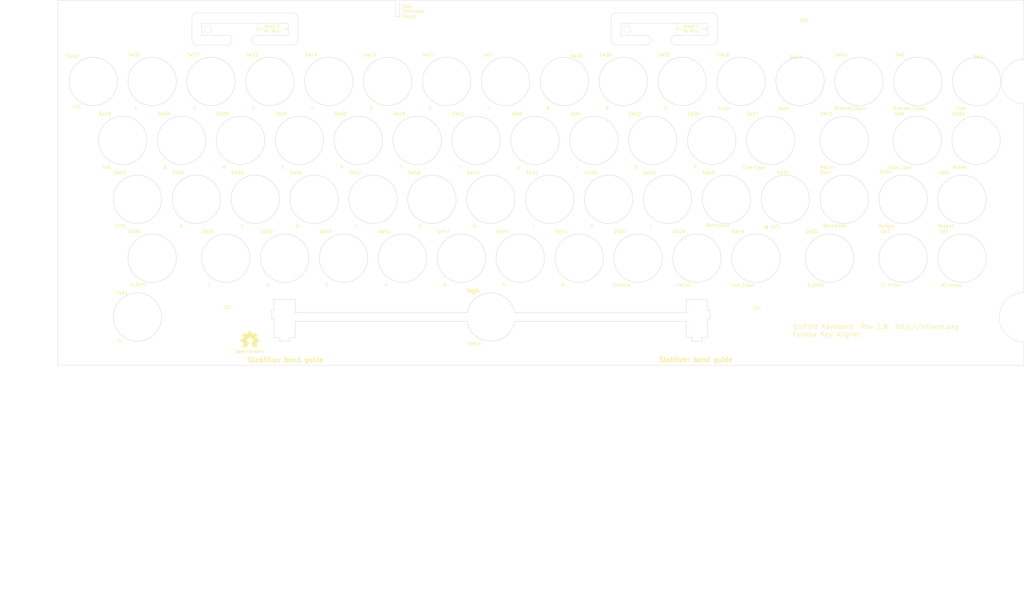
<source format=kicad_pcb>
(kicad_pcb (version 20171130) (host pcbnew "(5.1.6-0-10_14)")

  (general
    (thickness 1.6)
    (drawings 68)
    (tracks 0)
    (zones 0)
    (modules 80)
    (nets 1)
  )

  (page B)
  (title_block
    (title "Futaba Key aligner")
    (date 2020-06-22)
    (rev 1.8)
    (company OSIWeb.org)
  )

  (layers
    (0 F.Cu signal)
    (31 B.Cu signal)
    (32 B.Adhes user)
    (33 F.Adhes user)
    (34 B.Paste user)
    (35 F.Paste user)
    (36 B.SilkS user)
    (37 F.SilkS user)
    (38 B.Mask user)
    (39 F.Mask user)
    (40 Dwgs.User user)
    (41 Cmts.User user)
    (42 Eco1.User user)
    (43 Eco2.User user)
    (44 Edge.Cuts user)
    (45 Margin user)
    (46 B.CrtYd user)
    (47 F.CrtYd user)
    (48 B.Fab user)
    (49 F.Fab user)
  )

  (setup
    (last_trace_width 0.254)
    (user_trace_width 0.254)
    (user_trace_width 0.508)
    (user_trace_width 1.27)
    (trace_clearance 0.2)
    (zone_clearance 0.508)
    (zone_45_only no)
    (trace_min 0.2)
    (via_size 0.8128)
    (via_drill 0.4064)
    (via_min_size 0.4)
    (via_min_drill 0.3)
    (user_via 1.27 0.7112)
    (uvia_size 0.3048)
    (uvia_drill 0.1016)
    (uvias_allowed no)
    (uvia_min_size 0.2)
    (uvia_min_drill 0.1)
    (edge_width 0.05)
    (segment_width 0.2)
    (pcb_text_width 0.3)
    (pcb_text_size 1.5 1.5)
    (mod_edge_width 0.12)
    (mod_text_size 1 1)
    (mod_text_width 0.15)
    (pad_size 1.2 1.2)
    (pad_drill 1.2)
    (pad_to_mask_clearance 0)
    (aux_axis_origin 61.4172 179.1081)
    (grid_origin 62.1538 75.2602)
    (visible_elements 7FFFEFFF)
    (pcbplotparams
      (layerselection 0x010f0_ffffffff)
      (usegerberextensions false)
      (usegerberattributes false)
      (usegerberadvancedattributes false)
      (creategerberjobfile false)
      (excludeedgelayer true)
      (linewidth 0.100000)
      (plotframeref false)
      (viasonmask false)
      (mode 1)
      (useauxorigin false)
      (hpglpennumber 1)
      (hpglpenspeed 20)
      (hpglpendiameter 15.000000)
      (psnegative false)
      (psa4output false)
      (plotreference true)
      (plotvalue true)
      (plotinvisibletext false)
      (padsonsilk false)
      (subtractmaskfromsilk false)
      (outputformat 1)
      (mirror false)
      (drillshape 0)
      (scaleselection 1)
      (outputdirectory "outputs"))
  )

  (net 0 "")

  (net_class Default "This is the default net class."
    (clearance 0.2)
    (trace_width 0.254)
    (via_dia 0.8128)
    (via_drill 0.4064)
    (uvia_dia 0.3048)
    (uvia_drill 0.1016)
    (diff_pair_width 0.2032)
    (diff_pair_gap 0.254)
  )

  (net_class power1 ""
    (clearance 0.254)
    (trace_width 1.27)
    (via_dia 1.27)
    (via_drill 0.7112)
    (uvia_dia 0.3048)
    (uvia_drill 0.1016)
    (diff_pair_width 0.2032)
    (diff_pair_gap 0.254)
  )

  (net_class signal ""
    (clearance 0.2032)
    (trace_width 0.254)
    (via_dia 0.8128)
    (via_drill 0.4064)
    (uvia_dia 0.3048)
    (uvia_drill 0.1016)
    (diff_pair_width 0.2032)
    (diff_pair_gap 0.254)
  )

  (module MountingHole:MountingHole_2.1mm (layer F.Cu) (tedit 5EE9B596) (tstamp 5EFF2E84)
    (at 254.55972 74.92836)
    (descr "Mounting Hole 2.1mm, no annular")
    (tags "mounting hole 2.1mm no annular")
    (attr virtual)
    (fp_text reference REF** (at 0 -3.2) (layer F.SilkS) hide
      (effects (font (size 1 1) (thickness 0.15)))
    )
    (fp_text value MountingHole_2.1mm (at 0 3.2) (layer F.Fab)
      (effects (font (size 1 1) (thickness 0.15)))
    )
    (pad "" np_thru_hole circle (at 0 0) (size 1.6256 1.6256) (drill 1.6256) (layers *.Cu *.Mask))
  )

  (module MountingHole:MountingHole_2.1mm (layer F.Cu) (tedit 5EE9B596) (tstamp 5EFF2E80)
    (at 249.96232 74.92836)
    (descr "Mounting Hole 2.1mm, no annular")
    (tags "mounting hole 2.1mm no annular")
    (attr virtual)
    (fp_text reference REF** (at 0 -3.2) (layer F.SilkS) hide
      (effects (font (size 1 1) (thickness 0.15)))
    )
    (fp_text value MountingHole_2.1mm (at 0 3.2) (layer F.Fab)
      (effects (font (size 1 1) (thickness 0.15)))
    )
    (pad "" np_thru_hole circle (at 0 0) (size 1.6256 1.6256) (drill 1.6256) (layers *.Cu *.Mask))
  )

  (module MountingHole:MountingHole_2.1mm (layer F.Cu) (tedit 5EE9B596) (tstamp 5EFF2E7C)
    (at 252.26102 74.92836)
    (descr "Mounting Hole 2.1mm, no annular")
    (tags "mounting hole 2.1mm no annular")
    (attr virtual)
    (fp_text reference REF** (at 0 -3.2) (layer F.SilkS) hide
      (effects (font (size 1 1) (thickness 0.15)))
    )
    (fp_text value MountingHole_2.1mm (at 0 3.2) (layer F.Fab)
      (effects (font (size 1 1) (thickness 0.15)))
    )
    (pad "" np_thru_hole circle (at 0 0) (size 1.6256 1.6256) (drill 1.6256) (layers *.Cu *.Mask))
  )

  (module MountingHole:MountingHole_2.1mm (layer F.Cu) (tedit 5EE9B596) (tstamp 5EFF2B5F)
    (at 116.7003 74.93758)
    (descr "Mounting Hole 2.1mm, no annular")
    (tags "mounting hole 2.1mm no annular")
    (attr virtual)
    (fp_text reference REF** (at 0 -3.2) (layer F.SilkS) hide
      (effects (font (size 1 1) (thickness 0.15)))
    )
    (fp_text value MountingHole_2.1mm (at 0 3.2) (layer F.Fab)
      (effects (font (size 1 1) (thickness 0.15)))
    )
    (pad "" np_thru_hole circle (at 0 0) (size 1.6256 1.6256) (drill 1.6256) (layers *.Cu *.Mask))
  )

  (module MountingHole:MountingHole_2.1mm (layer F.Cu) (tedit 5EE9B596) (tstamp 5EFF2E5B)
    (at 118.999 74.93758)
    (descr "Mounting Hole 2.1mm, no annular")
    (tags "mounting hole 2.1mm no annular")
    (attr virtual)
    (fp_text reference REF** (at 0 -3.2) (layer F.SilkS) hide
      (effects (font (size 1 1) (thickness 0.15)))
    )
    (fp_text value MountingHole_2.1mm (at 0 3.2) (layer F.Fab)
      (effects (font (size 1 1) (thickness 0.15)))
    )
    (pad "" np_thru_hole circle (at 0 0) (size 1.6256 1.6256) (drill 1.6256) (layers *.Cu *.Mask))
  )

  (module MountingHole:MountingHole_2.1mm (layer F.Cu) (tedit 5EE9B596) (tstamp 5EFF2B7B)
    (at 114.4016 74.93758)
    (descr "Mounting Hole 2.1mm, no annular")
    (tags "mounting hole 2.1mm no annular")
    (attr virtual)
    (fp_text reference REF** (at 0 -3.2) (layer F.SilkS) hide
      (effects (font (size 1 1) (thickness 0.15)))
    )
    (fp_text value MountingHole_2.1mm (at 0 3.2) (layer F.Fab)
      (effects (font (size 1 1) (thickness 0.15)))
    )
    (pad "" np_thru_hole circle (at 0 0) (size 1.6256 1.6256) (drill 1.6256) (layers *.Cu *.Mask))
  )

  (module unikbd:Futaba_space_Cherry_aligner (layer F.Cu) (tedit 5EE3C0EA) (tstamp 5D0D7A0F)
    (at 197.15988 165.99916)
    (path /5BC3E99D/5BC6CD72)
    (fp_text reference SW46 (at -5.7912 -8.6106) (layer F.SilkS)
      (effects (font (size 1 1) (thickness 0.15)))
    )
    (fp_text value SPACE (at -5.334 8.6614) (layer F.SilkS)
      (effects (font (size 1 1) (thickness 0.15)))
    )
    (fp_line (start -63.2206 1.397) (end -7.697216 1.397) (layer Edge.Cuts) (width 0.12))
    (fp_line (start -63.2206 -1.397) (end -7.697216 -1.397) (layer Edge.Cuts) (width 0.12))
    (fp_line (start 7.697216 -1.397) (end 63.2206 -1.397) (layer Edge.Cuts) (width 0.12))
    (fp_line (start 7.697216 1.397) (end 63.2206 1.397) (layer Edge.Cuts) (width 0.12))
    (fp_line (start 63.2206 -1.397) (end 63.2206 -5.6896) (layer Edge.Cuts) (width 0.12))
    (fp_line (start 63.2206 -5.6896) (end 70.1294 -5.6896) (layer Edge.Cuts) (width 0.12))
    (fp_line (start 70.1294 -5.6896) (end 70.1294 -2.286) (layer Edge.Cuts) (width 0.12))
    (fp_line (start 70.1294 -2.286) (end 70.866 -2.286) (layer Edge.Cuts) (width 0.12))
    (fp_line (start 70.866 -2.286) (end 70.866 0.508) (layer Edge.Cuts) (width 0.12))
    (fp_line (start 70.866 0.508) (end 70.1294 0.508) (layer Edge.Cuts) (width 0.12))
    (fp_line (start 70.1294 0.508) (end 70.1294 6.604) (layer Edge.Cuts) (width 0.12))
    (fp_line (start 70.1294 6.604) (end 68.199 6.604) (layer Edge.Cuts) (width 0.12))
    (fp_line (start 68.199 6.604) (end 68.199 7.7724) (layer Edge.Cuts) (width 0.12))
    (fp_line (start 68.199 7.7724) (end 65.151 7.7724) (layer Edge.Cuts) (width 0.12))
    (fp_line (start 65.151 7.7724) (end 65.151 6.604) (layer Edge.Cuts) (width 0.12))
    (fp_line (start 65.151 6.604) (end 63.2206 6.604) (layer Edge.Cuts) (width 0.12))
    (fp_line (start 63.2206 6.604) (end 63.2206 1.397) (layer Edge.Cuts) (width 0.12))
    (fp_line (start -63.2206 1.397) (end -63.2206 6.604) (layer Edge.Cuts) (width 0.12))
    (fp_line (start -63.2206 6.604) (end -65.151 6.604) (layer Edge.Cuts) (width 0.12))
    (fp_line (start -65.151 6.604) (end -65.151 7.7724) (layer Edge.Cuts) (width 0.12))
    (fp_line (start -65.151 7.7724) (end -68.199 7.7724) (layer Edge.Cuts) (width 0.12))
    (fp_line (start -68.199 7.7724) (end -68.199 6.604) (layer Edge.Cuts) (width 0.12))
    (fp_line (start -68.199 6.604) (end -70.1294 6.604) (layer Edge.Cuts) (width 0.12))
    (fp_line (start -70.1294 6.604) (end -70.1294 0.508) (layer Edge.Cuts) (width 0.12))
    (fp_line (start -70.1294 0.508) (end -70.866 0.508) (layer Edge.Cuts) (width 0.12))
    (fp_line (start -70.866 0.508) (end -70.866 -2.286) (layer Edge.Cuts) (width 0.12))
    (fp_line (start -70.866 -2.286) (end -70.1294 -2.286) (layer Edge.Cuts) (width 0.12))
    (fp_line (start -70.1294 -2.286) (end -70.1294 -5.6896) (layer Edge.Cuts) (width 0.12))
    (fp_line (start -70.1294 -5.6896) (end -63.2206 -5.6896) (layer Edge.Cuts) (width 0.12))
    (fp_line (start -63.2206 -5.6896) (end -63.2206 -1.397) (layer Edge.Cuts) (width 0.12))
    (fp_text user MX_space_aligner (at -0.6096 7.9248) (layer B.Fab)
      (effects (font (size 1 1) (thickness 0.15)))
    )
    (fp_text user SW** (at -5.334 -7.874) (layer F.SilkS)
      (effects (font (size 1 1) (thickness 0.15)))
    )
    (fp_text user Futaba_2u_Cherry_aligner (at 0 -0.5) (layer F.Fab)
      (effects (font (size 1 1) (thickness 0.15)))
    )
    (fp_text user REF** (at 0 0.5) (layer F.SilkS) hide
      (effects (font (size 1 1) (thickness 0.15)))
    )
    (fp_arc (start 0 0) (end 7.697216 -1.397) (angle -159.4) (layer Edge.Cuts) (width 0.12))
    (fp_arc (start 0 0) (end -7.697216 1.397) (angle -159.4) (layer Edge.Cuts) (width 0.12))
    (pad "" np_thru_hole circle (at -6.985 6.985) (size 1.6256 1.6256) (drill 1.6256) (layers *.Cu *.Mask))
    (pad "" np_thru_hole circle (at -6.985 -6.985) (size 1.6256 1.6256) (drill 1.6256) (layers *.Cu *.Mask))
    (pad "" np_thru_hole circle (at 6.985 -6.985) (size 1.6256 1.6256) (drill 1.6256) (layers *.Cu *.Mask))
    (pad "" np_thru_hole circle (at 6.985 6.985) (size 1.6256 1.6256) (drill 1.6256) (layers *.Cu *.Mask))
  )

  (module unikbd:kbd_mounting_holes_only (layer F.Cu) (tedit 5EF57261) (tstamp 5EF5DB09)
    (at 301.0408 163.87826 90)
    (descr "Through hole straight pin header, 2x20, 2.54mm pitch, double rows")
    (tags "Through hole pin header THT 2x20 2.54mm double row")
    (fp_text reference REF** (at 1.4732 7.366 180) (layer F.Fab) hide
      (effects (font (size 1 1) (thickness 0.15)))
    )
    (fp_text value "Interface mount" (at -1.3716 36.9824 180) (layer F.Fab) hide
      (effects (font (size 1 1) (thickness 0.15)))
    )
    (pad "" np_thru_hole circle (at 1.2954 54.5606 90) (size 3.175 3.175) (drill 3.175) (layers *.Cu *.Mask))
    (pad "" np_thru_hole circle (at 1.2954 -8.8124 90) (size 3.175 3.175) (drill 3.175) (layers *.Cu *.Mask))
    (pad "" np_thru_hole circle (at 91.4924 -2.8688 90) (size 3.175 3.175) (drill 3.175) (layers *.Cu *.Mask))
    (pad "" np_thru_hole circle (at 91.4924 50.4712 90) (size 3.175 3.175) (drill 3.175) (layers *.Cu *.Mask))
    (model ${KISYS3DMOD}/Connector_PinHeader_2.54mm.3dshapes/PinHeader_2x20_P2.54mm_Vertical.wrl
      (offset (xyz 2.54 0 -1.8288))
      (scale (xyz 1 1 1))
      (rotate (xyz 0 180 0))
    )
  )

  (module unikbd:OSI_spacer_holes (layer F.Cu) (tedit 5EF5305C) (tstamp 5EFF2CAC)
    (at 197.15988 166.99916)
    (fp_text reference REF** (at 0 0.5) (layer F.SilkS) hide
      (effects (font (size 1 1) (thickness 0.15)))
    )
    (fp_text value "OSI mounting holes" (at -0.32258 11.14044) (layer F.Fab)
      (effects (font (size 1 1) (thickness 0.15)))
    )
    (fp_circle (center 109.22 -92.71) (end 114.046 -92.71) (layer Cmts.User) (width 0.15))
    (fp_circle (center -109.22 -92.71) (end -104.394 -92.71) (layer Cmts.User) (width 0.15))
    (fp_circle (center 0 -92.8624) (end 4.826 -92.8624) (layer Cmts.User) (width 0.15))
    (fp_circle (center 85.725 0.635) (end 89.225 0.635) (layer Cmts.User) (width 0.15))
    (fp_circle (center 85.725 0.635) (end 89.475 0.635) (layer F.CrtYd) (width 0.05))
    (fp_circle (center -85.725 0.635) (end -82.225 0.635) (layer Cmts.User) (width 0.15))
    (fp_circle (center -85.725 0.635) (end -81.975 0.635) (layer F.CrtYd) (width 0.05))
    (fp_circle (center 0 -97.9424) (end 4.826 -97.9424) (layer Cmts.User) (width 0.15))
    (fp_circle (center -109.22 -97.79) (end -104.394 -97.79) (layer Cmts.User) (width 0.15))
    (fp_circle (center 109.22 -97.79) (end 114.046 -97.79) (layer Cmts.User) (width 0.15))
    (fp_line (start -5.08 -103.0224) (end 5.08 -103.0224) (layer F.CrtYd) (width 0.12))
    (fp_line (start 5.08 -103.0224) (end 5.08 -87.7824) (layer F.CrtYd) (width 0.12))
    (fp_line (start -5.08 -87.7824) (end 5.08 -87.7824) (layer F.CrtYd) (width 0.12))
    (fp_line (start -5.08 -87.7824) (end -5.08 -103.0224) (layer F.CrtYd) (width 0.12))
    (fp_line (start -114.3 -102.87) (end -104.14 -102.87) (layer F.CrtYd) (width 0.12))
    (fp_line (start -104.14 -102.87) (end -104.14 -87.63) (layer F.CrtYd) (width 0.12))
    (fp_line (start -114.3 -87.63) (end -104.14 -87.63) (layer F.CrtYd) (width 0.12))
    (fp_line (start -114.3 -87.63) (end -114.3 -102.87) (layer F.CrtYd) (width 0.12))
    (fp_line (start 104.14 -102.87) (end 114.3 -102.87) (layer F.CrtYd) (width 0.12))
    (fp_line (start 114.3 -102.87) (end 114.3 -87.63) (layer F.CrtYd) (width 0.12))
    (fp_line (start 104.14 -87.63) (end 114.3 -87.63) (layer F.CrtYd) (width 0.12))
    (fp_line (start 104.14 -87.63) (end 104.14 -102.87) (layer F.CrtYd) (width 0.12))
    (fp_text user %R (at 110.75162 -87.97036) (layer F.Fab)
      (effects (font (size 1 1) (thickness 0.15)))
    )
    (fp_text user OSI (at 101.48062 -96.93656) (layer F.SilkS)
      (effects (font (size 1 1) (thickness 0.15)))
    )
    (fp_text user %R (at -85.03158 5.42544) (layer F.Fab)
      (effects (font (size 1 1) (thickness 0.15)))
    )
    (fp_text user OSI (at -85.28558 -4.17576) (layer F.SilkS)
      (effects (font (size 1 1) (thickness 0.15)))
    )
    (fp_text user %R (at 86.31682 5.65404) (layer F.Fab)
      (effects (font (size 1 1) (thickness 0.15)))
    )
    (fp_text user OSI (at 86.06282 -3.94716) (layer F.SilkS)
      (effects (font (size 1 1) (thickness 0.15)))
    )
    (fp_text user OSI (at 0.59182 -97.46996) (layer F.SilkS)
      (effects (font (size 1 1) (thickness 0.15)))
    )
    (fp_text user %R (at 0.84582 -87.86876) (layer F.Fab)
      (effects (font (size 1 1) (thickness 0.15)))
    )
    (fp_text user OSI (at -109.56798 -97.46996) (layer F.SilkS)
      (effects (font (size 1 1) (thickness 0.15)))
    )
    (fp_text user %R (at -109.31398 -87.86876) (layer F.Fab)
      (effects (font (size 1 1) (thickness 0.15)))
    )
    (fp_text user OSI (at 101.48062 -96.93656) (layer F.SilkS)
      (effects (font (size 1 1) (thickness 0.15)))
    )
    (fp_text user %R (at 110.75162 -87.97036) (layer F.Fab)
      (effects (font (size 1 1) (thickness 0.15)))
    )
    (pad "" np_thru_hole circle (at -85.725 0.635) (size 7.112 7.112) (drill 7.112) (layers *.Cu *.Mask))
    (pad "" np_thru_hole circle (at 85.725 0.635) (size 7.112 7.112) (drill 7.112) (layers *.Cu *.Mask))
    (pad "" np_thru_hole oval (at 0 -95.25) (size 7.112 12.192) (drill oval 7.112 12.192) (layers *.Cu *.Mask))
    (pad "" np_thru_hole oval (at -109.22 -95.25) (size 7.112 12.192) (drill oval 7.112 12.192) (layers *.Cu *.Mask))
    (pad "" np_thru_hole oval (at 109.22 -95.25) (size 7.112 12.192) (drill oval 7.112 12.192) (layers *.Cu *.Mask))
  )

  (module unikbd:Futaba-MD-4PCS-aligner (layer F.Cu) (tedit 5DA63068) (tstamp 5D0F9EDE)
    (at 116.19738 108.84916)
    (path /5BC3EA0A/5BCAF339)
    (fp_text reference SW28 (at -5.7912 -8.6106) (layer F.SilkS)
      (effects (font (size 1 1) (thickness 0.15)))
    )
    (fp_text value W (at -5.334 8.6614) (layer F.SilkS)
      (effects (font (size 1 1) (thickness 0.15)))
    )
    (fp_circle (center 0 0) (end 7.8232 0) (layer Edge.Cuts) (width 0.12))
    (pad "" np_thru_hole circle (at -6.985 -6.985) (size 1.6256 1.6256) (drill 1.6256) (layers *.Cu *.Mask))
    (pad "" np_thru_hole circle (at -6.985 6.985) (size 1.6256 1.6256) (drill 1.6256) (layers *.Cu *.Mask))
    (pad "" np_thru_hole circle (at 6.985 6.985) (size 1.6256 1.6256) (drill 1.6256) (layers *.Cu *.Mask))
    (pad "" np_thru_hole circle (at 6.985 -6.985) (size 1.6256 1.6256) (drill 1.6256) (layers *.Cu *.Mask))
  )

  (module unikbd:Futaba-MD-4PCS-aligner (layer F.Cu) (tedit 5DA63068) (tstamp 5D0FB031)
    (at 273.35988 127.89916)
    (path /5BC3E99D/5BC6CD6B)
    (fp_text reference SW40 (at -5.7912 -8.6106) (layer F.SilkS)
      (effects (font (size 1 1) (thickness 0.15)))
    )
    (fp_text value Semicolon (at -2.73558 8.39724) (layer F.SilkS)
      (effects (font (size 1 1) (thickness 0.15)))
    )
    (fp_circle (center 0 0) (end 7.8232 0) (layer Edge.Cuts) (width 0.12))
    (pad "" np_thru_hole circle (at -6.985 -6.985) (size 1.6256 1.6256) (drill 1.6256) (layers *.Cu *.Mask))
    (pad "" np_thru_hole circle (at -6.985 6.985) (size 1.6256 1.6256) (drill 1.6256) (layers *.Cu *.Mask))
    (pad "" np_thru_hole circle (at 6.985 6.985) (size 1.6256 1.6256) (drill 1.6256) (layers *.Cu *.Mask))
    (pad "" np_thru_hole circle (at 6.985 -6.985) (size 1.6256 1.6256) (drill 1.6256) (layers *.Cu *.Mask))
  )

  (module unikbd:Futaba-MD-4PCS-aligner (layer F.Cu) (tedit 5DA63068) (tstamp 5D0FA32E)
    (at 268.59738 108.84916)
    (path /5BC3E99D/5BC6CD5D)
    (fp_text reference SW36 (at -5.7912 -8.6106) (layer F.SilkS)
      (effects (font (size 1 1) (thickness 0.15)))
    )
    (fp_text value P (at -5.334 8.6614) (layer F.SilkS)
      (effects (font (size 1 1) (thickness 0.15)))
    )
    (fp_circle (center 0 0) (end 7.8232 0) (layer Edge.Cuts) (width 0.12))
    (pad "" np_thru_hole circle (at -6.985 -6.985) (size 1.6256 1.6256) (drill 1.6256) (layers *.Cu *.Mask))
    (pad "" np_thru_hole circle (at -6.985 6.985) (size 1.6256 1.6256) (drill 1.6256) (layers *.Cu *.Mask))
    (pad "" np_thru_hole circle (at 6.985 6.985) (size 1.6256 1.6256) (drill 1.6256) (layers *.Cu *.Mask))
    (pad "" np_thru_hole circle (at 6.985 -6.985) (size 1.6256 1.6256) (drill 1.6256) (layers *.Cu *.Mask))
  )

  (module unikbd:Futaba-MD-4PCS-aligner (layer F.Cu) (tedit 5DA63068) (tstamp 5D0FB0DC)
    (at 292.40988 127.89916)
    (path /5D6BE647)
    (fp_text reference SW32 (at -0.78994 -8.67664) (layer F.SilkS)
      (effects (font (size 1 1) (thickness 0.15)))
    )
    (fp_text value "@ (AT)" (at -4.25958 8.87984) (layer F.SilkS)
      (effects (font (size 1 1) (thickness 0.15)))
    )
    (fp_circle (center 0 0) (end 7.8232 0) (layer Edge.Cuts) (width 0.12))
    (pad "" np_thru_hole circle (at -6.985 -6.985) (size 1.6256 1.6256) (drill 1.6256) (layers *.Cu *.Mask))
    (pad "" np_thru_hole circle (at -6.985 6.985) (size 1.6256 1.6256) (drill 1.6256) (layers *.Cu *.Mask))
    (pad "" np_thru_hole circle (at 6.985 6.985) (size 1.6256 1.6256) (drill 1.6256) (layers *.Cu *.Mask))
    (pad "" np_thru_hole circle (at 6.985 -6.985) (size 1.6256 1.6256) (drill 1.6256) (layers *.Cu *.Mask))
  )

  (module unikbd:Futaba-MD-4PCS-LED-aligner (layer F.Cu) (tedit 5EE8F357) (tstamp 5D0F9D4F)
    (at 287.64738 108.84916)
    (path /5BC3EA0A/5BCAF39B)
    (fp_text reference SW17 (at -5.7912 -8.6106) (layer F.SilkS)
      (effects (font (size 1 1) (thickness 0.15)))
    )
    (fp_text value "Line Feed" (at -5.37464 8.79094) (layer F.SilkS)
      (effects (font (size 1 1) (thickness 0.15)))
    )
    (fp_circle (center 0 0) (end 7.8232 0) (layer Edge.Cuts) (width 0.12))
    (pad "" np_thru_hole circle (at 0 9.525) (size 3.048 3.048) (drill 3.048) (layers *.Cu *.Mask))
    (pad "" np_thru_hole circle (at -6.985 -6.985) (size 1.6256 1.6256) (drill 1.6256) (layers *.Cu *.Mask))
    (pad "" np_thru_hole circle (at -6.985 6.985) (size 1.6256 1.6256) (drill 1.6256) (layers *.Cu *.Mask))
    (pad "" np_thru_hole circle (at 6.985 6.985) (size 1.6256 1.6256) (drill 1.6256) (layers *.Cu *.Mask))
    (pad "" np_thru_hole circle (at 6.985 -6.985) (size 1.6256 1.6256) (drill 1.6256) (layers *.Cu *.Mask))
  )

  (module unikbd:Futaba-MD-4PCS-aligner (layer F.Cu) (tedit 5DA63068) (tstamp 5EE2E6FC)
    (at 311.45988 108.84916)
    (path /5BC3EA0A/5BCAF38D)
    (fp_text reference SW13 (at -5.7912 -8.6106) (layer F.SilkS)
      (effects (font (size 1 1) (thickness 0.15)))
    )
    (fp_text value Return (at -5.334 8.6614) (layer F.SilkS)
      (effects (font (size 1 1) (thickness 0.15)))
    )
    (fp_circle (center 0 0) (end 7.8232 0) (layer Edge.Cuts) (width 0.12))
    (pad "" np_thru_hole circle (at -6.985 -6.985) (size 1.6256 1.6256) (drill 1.6256) (layers *.Cu *.Mask))
    (pad "" np_thru_hole circle (at -6.985 6.985) (size 1.6256 1.6256) (drill 1.6256) (layers *.Cu *.Mask))
    (pad "" np_thru_hole circle (at 6.985 6.985) (size 1.6256 1.6256) (drill 1.6256) (layers *.Cu *.Mask))
    (pad "" np_thru_hole circle (at 6.985 -6.985) (size 1.6256 1.6256) (drill 1.6256) (layers *.Cu *.Mask))
  )

  (module unikbd:Futaba-MD-4PCS-aligner (layer F.Cu) (tedit 5DA63068) (tstamp 5D0EE51F)
    (at 330.50988 127.89916)
    (path /5D6C3751)
    (fp_text reference SW34 (at -5.61848 -8.89508) (layer F.SilkS)
      (effects (font (size 1 1) (thickness 0.15)))
    )
    (fp_text value Rubout (at -5.334 8.6614) (layer F.SilkS)
      (effects (font (size 1 1) (thickness 0.15)))
    )
    (fp_circle (center 0 0) (end 7.8232 0) (layer Edge.Cuts) (width 0.12))
    (pad "" np_thru_hole circle (at -6.985 -6.985) (size 1.6256 1.6256) (drill 1.6256) (layers *.Cu *.Mask))
    (pad "" np_thru_hole circle (at -6.985 6.985) (size 1.6256 1.6256) (drill 1.6256) (layers *.Cu *.Mask))
    (pad "" np_thru_hole circle (at 6.985 6.985) (size 1.6256 1.6256) (drill 1.6256) (layers *.Cu *.Mask))
    (pad "" np_thru_hole circle (at 6.985 -6.985) (size 1.6256 1.6256) (drill 1.6256) (layers *.Cu *.Mask))
  )

  (module unikbd:Futaba-MD-4PCS-aligner (layer F.Cu) (tedit 5DA63068) (tstamp 5D633B5C)
    (at 311.45988 127.89916)
    (path /5BC3E99D/5BC3FF70)
    (fp_text reference SW57 (at -5.7912 -8.6106) (layer F.SilkS)
      (effects (font (size 1 1) (thickness 0.15)))
    )
    (fp_text value Backslash (at -3.04038 8.52424) (layer F.SilkS)
      (effects (font (size 1 1) (thickness 0.15)))
    )
    (fp_circle (center 0 0) (end 7.8232 0) (layer Edge.Cuts) (width 0.12))
    (pad "" np_thru_hole circle (at -6.985 -6.985) (size 1.6256 1.6256) (drill 1.6256) (layers *.Cu *.Mask))
    (pad "" np_thru_hole circle (at -6.985 6.985) (size 1.6256 1.6256) (drill 1.6256) (layers *.Cu *.Mask))
    (pad "" np_thru_hole circle (at 6.985 6.985) (size 1.6256 1.6256) (drill 1.6256) (layers *.Cu *.Mask))
    (pad "" np_thru_hole circle (at 6.985 -6.985) (size 1.6256 1.6256) (drill 1.6256) (layers *.Cu *.Mask))
  )

  (module unikbd:Futaba-MD-4PCS-aligner (layer F.Cu) (tedit 5DA63068) (tstamp 5D0FB14E)
    (at 216.20988 127.89916)
    (path /5BC3E99D/5BC6D0BB)
    (fp_text reference SW42 (at -5.7912 -8.6106) (layer F.SilkS)
      (effects (font (size 1 1) (thickness 0.15)))
    )
    (fp_text value J (at -5.334 8.6614) (layer F.SilkS)
      (effects (font (size 1 1) (thickness 0.15)))
    )
    (fp_circle (center 0 0) (end 7.8232 0) (layer Edge.Cuts) (width 0.12))
    (pad "" np_thru_hole circle (at -6.985 -6.985) (size 1.6256 1.6256) (drill 1.6256) (layers *.Cu *.Mask))
    (pad "" np_thru_hole circle (at -6.985 6.985) (size 1.6256 1.6256) (drill 1.6256) (layers *.Cu *.Mask))
    (pad "" np_thru_hole circle (at 6.985 6.985) (size 1.6256 1.6256) (drill 1.6256) (layers *.Cu *.Mask))
    (pad "" np_thru_hole circle (at 6.985 -6.985) (size 1.6256 1.6256) (drill 1.6256) (layers *.Cu *.Mask))
  )

  (module unikbd:Futaba-MD-4PCS-aligner (layer F.Cu) (tedit 5DA63068) (tstamp 5D0FB06A)
    (at 235.25988 127.89916)
    (path /5BC3E99D/5BC6D0AD)
    (fp_text reference SW38 (at -5.7912 -8.6106) (layer F.SilkS)
      (effects (font (size 1 1) (thickness 0.15)))
    )
    (fp_text value K (at -5.334 8.6614) (layer F.SilkS)
      (effects (font (size 1 1) (thickness 0.15)))
    )
    (fp_circle (center 0 0) (end 7.8232 0) (layer Edge.Cuts) (width 0.12))
    (pad "" np_thru_hole circle (at -6.985 -6.985) (size 1.6256 1.6256) (drill 1.6256) (layers *.Cu *.Mask))
    (pad "" np_thru_hole circle (at -6.985 6.985) (size 1.6256 1.6256) (drill 1.6256) (layers *.Cu *.Mask))
    (pad "" np_thru_hole circle (at 6.985 6.985) (size 1.6256 1.6256) (drill 1.6256) (layers *.Cu *.Mask))
    (pad "" np_thru_hole circle (at 6.985 -6.985) (size 1.6256 1.6256) (drill 1.6256) (layers *.Cu *.Mask))
  )

  (module unikbd:Futaba-MD-4PCS-aligner (layer F.Cu) (tedit 5DA63068) (tstamp 5D0FB115)
    (at 178.10988 127.89916)
    (path /5BC3E99D/5BC6D0C2)
    (fp_text reference SW48 (at -5.7912 -8.6106) (layer F.SilkS)
      (effects (font (size 1 1) (thickness 0.15)))
    )
    (fp_text value G (at -4.00558 8.62584) (layer F.SilkS)
      (effects (font (size 1 1) (thickness 0.15)))
    )
    (fp_circle (center 0 0) (end 7.8232 0) (layer Edge.Cuts) (width 0.12))
    (pad "" np_thru_hole circle (at -6.985 -6.985) (size 1.6256 1.6256) (drill 1.6256) (layers *.Cu *.Mask))
    (pad "" np_thru_hole circle (at -6.985 6.985) (size 1.6256 1.6256) (drill 1.6256) (layers *.Cu *.Mask))
    (pad "" np_thru_hole circle (at 6.985 6.985) (size 1.6256 1.6256) (drill 1.6256) (layers *.Cu *.Mask))
    (pad "" np_thru_hole circle (at 6.985 -6.985) (size 1.6256 1.6256) (drill 1.6256) (layers *.Cu *.Mask))
  )

  (module unikbd:Futaba-MD-4PCS-aligner (layer F.Cu) (tedit 5DA63068) (tstamp 5D0FB187)
    (at 197.15988 127.89916)
    (path /5BC3E99D/5BC6D0B4)
    (fp_text reference SW45 (at -5.7912 -8.6106) (layer F.SilkS)
      (effects (font (size 1 1) (thickness 0.15)))
    )
    (fp_text value H (at -5.334 8.6614) (layer F.SilkS)
      (effects (font (size 1 1) (thickness 0.15)))
    )
    (fp_circle (center 0 0) (end 7.8232 0) (layer Edge.Cuts) (width 0.12))
    (pad "" np_thru_hole circle (at -6.985 -6.985) (size 1.6256 1.6256) (drill 1.6256) (layers *.Cu *.Mask))
    (pad "" np_thru_hole circle (at -6.985 6.985) (size 1.6256 1.6256) (drill 1.6256) (layers *.Cu *.Mask))
    (pad "" np_thru_hole circle (at 6.985 6.985) (size 1.6256 1.6256) (drill 1.6256) (layers *.Cu *.Mask))
    (pad "" np_thru_hole circle (at 6.985 -6.985) (size 1.6256 1.6256) (drill 1.6256) (layers *.Cu *.Mask))
  )

  (module unikbd:Futaba-MD-4PCS-aligner (layer F.Cu) (tedit 5DA63068) (tstamp 5D0FB0A3)
    (at 159.05988 127.89916)
    (path /5BC3E99D/5BC6D0C9)
    (fp_text reference SW52 (at -5.7912 -8.6106) (layer F.SilkS)
      (effects (font (size 1 1) (thickness 0.15)))
    )
    (fp_text value F (at -5.334 8.6614) (layer F.SilkS)
      (effects (font (size 1 1) (thickness 0.15)))
    )
    (fp_circle (center 0 0) (end 7.8232 0) (layer Edge.Cuts) (width 0.12))
    (pad "" np_thru_hole circle (at -6.985 -6.985) (size 1.6256 1.6256) (drill 1.6256) (layers *.Cu *.Mask))
    (pad "" np_thru_hole circle (at -6.985 6.985) (size 1.6256 1.6256) (drill 1.6256) (layers *.Cu *.Mask))
    (pad "" np_thru_hole circle (at 6.985 6.985) (size 1.6256 1.6256) (drill 1.6256) (layers *.Cu *.Mask))
    (pad "" np_thru_hole circle (at 6.985 -6.985) (size 1.6256 1.6256) (drill 1.6256) (layers *.Cu *.Mask))
  )

  (module unikbd:Futaba-MD-4PCS-aligner (layer F.Cu) (tedit 5DA63068) (tstamp 5D0FAB15)
    (at 140.00988 127.89916)
    (path /5BC3E99D/5BC6D0D7)
    (fp_text reference SW56 (at -5.7912 -8.6106) (layer F.SilkS)
      (effects (font (size 1 1) (thickness 0.15)))
    )
    (fp_text value D (at -5.334 8.6614) (layer F.SilkS)
      (effects (font (size 1 1) (thickness 0.15)))
    )
    (fp_circle (center 0 0) (end 7.8232 0) (layer Edge.Cuts) (width 0.12))
    (pad "" np_thru_hole circle (at -6.985 -6.985) (size 1.6256 1.6256) (drill 1.6256) (layers *.Cu *.Mask))
    (pad "" np_thru_hole circle (at -6.985 6.985) (size 1.6256 1.6256) (drill 1.6256) (layers *.Cu *.Mask))
    (pad "" np_thru_hole circle (at 6.985 6.985) (size 1.6256 1.6256) (drill 1.6256) (layers *.Cu *.Mask))
    (pad "" np_thru_hole circle (at 6.985 -6.985) (size 1.6256 1.6256) (drill 1.6256) (layers *.Cu *.Mask))
  )

  (module unikbd:Futaba-MD-4PCS-aligner (layer F.Cu) (tedit 5DA63068) (tstamp 5D0F9DFA)
    (at 192.39738 108.84916)
    (path /5BC3EA0A/5BCAF31D)
    (fp_text reference SW12 (at -5.7912 -8.6106) (layer F.SilkS)
      (effects (font (size 1 1) (thickness 0.15)))
    )
    (fp_text value Y (at -5.334 8.6614) (layer F.SilkS)
      (effects (font (size 1 1) (thickness 0.15)))
    )
    (fp_circle (center 0 0) (end 7.8232 0) (layer Edge.Cuts) (width 0.12))
    (pad "" np_thru_hole circle (at -6.985 -6.985) (size 1.6256 1.6256) (drill 1.6256) (layers *.Cu *.Mask))
    (pad "" np_thru_hole circle (at -6.985 6.985) (size 1.6256 1.6256) (drill 1.6256) (layers *.Cu *.Mask))
    (pad "" np_thru_hole circle (at 6.985 6.985) (size 1.6256 1.6256) (drill 1.6256) (layers *.Cu *.Mask))
    (pad "" np_thru_hole circle (at 6.985 -6.985) (size 1.6256 1.6256) (drill 1.6256) (layers *.Cu *.Mask))
  )

  (module unikbd:Futaba-MD-4PCS-aligner (layer F.Cu) (tedit 5DA63068) (tstamp 5D0F9D88)
    (at 173.34738 108.84916)
    (path /5BC3EA0A/5BCAF32B)
    (fp_text reference SW16 (at -5.7912 -8.6106) (layer F.SilkS)
      (effects (font (size 1 1) (thickness 0.15)))
    )
    (fp_text value T (at -5.334 8.6614) (layer F.SilkS)
      (effects (font (size 1 1) (thickness 0.15)))
    )
    (fp_circle (center 0 0) (end 7.8232 0) (layer Edge.Cuts) (width 0.12))
    (pad "" np_thru_hole circle (at -6.985 -6.985) (size 1.6256 1.6256) (drill 1.6256) (layers *.Cu *.Mask))
    (pad "" np_thru_hole circle (at -6.985 6.985) (size 1.6256 1.6256) (drill 1.6256) (layers *.Cu *.Mask))
    (pad "" np_thru_hole circle (at 6.985 6.985) (size 1.6256 1.6256) (drill 1.6256) (layers *.Cu *.Mask))
    (pad "" np_thru_hole circle (at 6.985 -6.985) (size 1.6256 1.6256) (drill 1.6256) (layers *.Cu *.Mask))
  )

  (module unikbd:Futaba-MD-4PCS-aligner (layer F.Cu) (tedit 5DA63068) (tstamp 5D0FAB87)
    (at 254.30988 127.89916)
    (path /5BC3EA0A/5BCAF3B0)
    (fp_text reference SW25 (at -5.7912 -8.6106) (layer F.SilkS)
      (effects (font (size 1 1) (thickness 0.15)))
    )
    (fp_text value L (at -5.334 8.6614) (layer F.SilkS)
      (effects (font (size 1 1) (thickness 0.15)))
    )
    (fp_circle (center 0 0) (end 7.8232 0) (layer Edge.Cuts) (width 0.12))
    (pad "" np_thru_hole circle (at -6.985 -6.985) (size 1.6256 1.6256) (drill 1.6256) (layers *.Cu *.Mask))
    (pad "" np_thru_hole circle (at -6.985 6.985) (size 1.6256 1.6256) (drill 1.6256) (layers *.Cu *.Mask))
    (pad "" np_thru_hole circle (at 6.985 6.985) (size 1.6256 1.6256) (drill 1.6256) (layers *.Cu *.Mask))
    (pad "" np_thru_hole circle (at 6.985 -6.985) (size 1.6256 1.6256) (drill 1.6256) (layers *.Cu *.Mask))
  )

  (module unikbd:Futaba-MD-4PCS-aligner (layer F.Cu) (tedit 5DA63068) (tstamp 5D0F9EA5)
    (at 135.24738 108.84916)
    (path /5BC3EA0A/5BCAF340)
    (fp_text reference SW24 (at -5.7912 -8.6106) (layer F.SilkS)
      (effects (font (size 1 1) (thickness 0.15)))
    )
    (fp_text value E (at -5.334 8.6614) (layer F.SilkS)
      (effects (font (size 1 1) (thickness 0.15)))
    )
    (fp_circle (center 0 0) (end 7.8232 0) (layer Edge.Cuts) (width 0.12))
    (pad "" np_thru_hole circle (at -6.985 -6.985) (size 1.6256 1.6256) (drill 1.6256) (layers *.Cu *.Mask))
    (pad "" np_thru_hole circle (at -6.985 6.985) (size 1.6256 1.6256) (drill 1.6256) (layers *.Cu *.Mask))
    (pad "" np_thru_hole circle (at 6.985 6.985) (size 1.6256 1.6256) (drill 1.6256) (layers *.Cu *.Mask))
    (pad "" np_thru_hole circle (at 6.985 -6.985) (size 1.6256 1.6256) (drill 1.6256) (layers *.Cu *.Mask))
  )

  (module unikbd:Futaba-MD-4PCS-aligner (layer F.Cu) (tedit 5DA63068) (tstamp 5D633858)
    (at 249.54738 108.84916)
    (path /5BC3EA0A/5BCAF412)
    (fp_text reference SW22 (at -5.7912 -8.6106) (layer F.SilkS)
      (effects (font (size 1 1) (thickness 0.15)))
    )
    (fp_text value 0 (at -5.334 8.6614) (layer F.SilkS)
      (effects (font (size 1 1) (thickness 0.15)))
    )
    (fp_circle (center 0 0) (end 7.8232 0) (layer Edge.Cuts) (width 0.12))
    (pad "" np_thru_hole circle (at -6.985 -6.985) (size 1.6256 1.6256) (drill 1.6256) (layers *.Cu *.Mask))
    (pad "" np_thru_hole circle (at -6.985 6.985) (size 1.6256 1.6256) (drill 1.6256) (layers *.Cu *.Mask))
    (pad "" np_thru_hole circle (at 6.985 6.985) (size 1.6256 1.6256) (drill 1.6256) (layers *.Cu *.Mask))
    (pad "" np_thru_hole circle (at 6.985 -6.985) (size 1.6256 1.6256) (drill 1.6256) (layers *.Cu *.Mask))
  )

  (module unikbd:Futaba-MD-4PCS-aligner (layer F.Cu) (tedit 5DA63068) (tstamp 5D0F9E6C)
    (at 154.29738 108.84916)
    (path /5BC3EA0A/5BCAF332)
    (fp_text reference SW20 (at -5.7912 -8.6106) (layer F.SilkS)
      (effects (font (size 1 1) (thickness 0.15)))
    )
    (fp_text value R (at -5.334 8.6614) (layer F.SilkS)
      (effects (font (size 1 1) (thickness 0.15)))
    )
    (fp_circle (center 0 0) (end 7.8232 0) (layer Edge.Cuts) (width 0.12))
    (pad "" np_thru_hole circle (at -6.985 -6.985) (size 1.6256 1.6256) (drill 1.6256) (layers *.Cu *.Mask))
    (pad "" np_thru_hole circle (at -6.985 6.985) (size 1.6256 1.6256) (drill 1.6256) (layers *.Cu *.Mask))
    (pad "" np_thru_hole circle (at 6.985 6.985) (size 1.6256 1.6256) (drill 1.6256) (layers *.Cu *.Mask))
    (pad "" np_thru_hole circle (at 6.985 -6.985) (size 1.6256 1.6256) (drill 1.6256) (layers *.Cu *.Mask))
  )

  (module unikbd:Futaba-MD-4PCS-aligner (layer F.Cu) (tedit 5DA63068) (tstamp 5D0FAADC)
    (at 101.90988 127.89916)
    (path /5BC3E99D/5BC6CD87)
    (fp_text reference SW54 (at -5.7912 -8.6106) (layer F.SilkS)
      (effects (font (size 1 1) (thickness 0.15)))
    )
    (fp_text value A (at -4.89458 8.62584) (layer F.SilkS)
      (effects (font (size 1 1) (thickness 0.15)))
    )
    (fp_circle (center 0 0) (end 7.8232 0) (layer Edge.Cuts) (width 0.12))
    (pad "" np_thru_hole circle (at -6.985 -6.985) (size 1.6256 1.6256) (drill 1.6256) (layers *.Cu *.Mask))
    (pad "" np_thru_hole circle (at -6.985 6.985) (size 1.6256 1.6256) (drill 1.6256) (layers *.Cu *.Mask))
    (pad "" np_thru_hole circle (at 6.985 6.985) (size 1.6256 1.6256) (drill 1.6256) (layers *.Cu *.Mask))
    (pad "" np_thru_hole circle (at 6.985 -6.985) (size 1.6256 1.6256) (drill 1.6256) (layers *.Cu *.Mask))
  )

  (module unikbd:Futaba-MD-4PCS-aligner (layer F.Cu) (tedit 5DA63068) (tstamp 5D0F9DC1)
    (at 211.44738 108.84916)
    (path /5BC3EA0A/5BCAF324)
    (fp_text reference SW8 (at -5.7912 -8.6106) (layer F.SilkS)
      (effects (font (size 1 1) (thickness 0.15)))
    )
    (fp_text value U (at -5.334 8.6614) (layer F.SilkS)
      (effects (font (size 1 1) (thickness 0.15)))
    )
    (fp_circle (center 0 0) (end 7.8232 0) (layer Edge.Cuts) (width 0.12))
    (pad "" np_thru_hole circle (at -6.985 -6.985) (size 1.6256 1.6256) (drill 1.6256) (layers *.Cu *.Mask))
    (pad "" np_thru_hole circle (at -6.985 6.985) (size 1.6256 1.6256) (drill 1.6256) (layers *.Cu *.Mask))
    (pad "" np_thru_hole circle (at 6.985 6.985) (size 1.6256 1.6256) (drill 1.6256) (layers *.Cu *.Mask))
    (pad "" np_thru_hole circle (at 6.985 -6.985) (size 1.6256 1.6256) (drill 1.6256) (layers *.Cu *.Mask))
  )

  (module unikbd:Futaba-MD-4PCS-aligner (layer F.Cu) (tedit 5DA63068) (tstamp 5D0F9D16)
    (at 230.49738 108.84916)
    (path /5BC3EA0A/5BCAF316)
    (fp_text reference SW4 (at -5.7912 -8.6106) (layer F.SilkS)
      (effects (font (size 1 1) (thickness 0.15)))
    )
    (fp_text value I (at -5.334 8.6614) (layer F.SilkS)
      (effects (font (size 1 1) (thickness 0.15)))
    )
    (fp_circle (center 0 0) (end 7.8232 0) (layer Edge.Cuts) (width 0.12))
    (pad "" np_thru_hole circle (at -6.985 -6.985) (size 1.6256 1.6256) (drill 1.6256) (layers *.Cu *.Mask))
    (pad "" np_thru_hole circle (at -6.985 6.985) (size 1.6256 1.6256) (drill 1.6256) (layers *.Cu *.Mask))
    (pad "" np_thru_hole circle (at 6.985 6.985) (size 1.6256 1.6256) (drill 1.6256) (layers *.Cu *.Mask))
    (pad "" np_thru_hole circle (at 6.985 -6.985) (size 1.6256 1.6256) (drill 1.6256) (layers *.Cu *.Mask))
  )

  (module unikbd:Futaba-MD-4PCS-aligner (layer F.Cu) (tedit 5DA63068) (tstamp 5D0F9CDD)
    (at 97.14738 108.84916)
    (path /5BC3E99D/5BC6CD80)
    (fp_text reference SW58 (at -5.7912 -8.6106) (layer F.SilkS)
      (effects (font (size 1 1) (thickness 0.15)))
    )
    (fp_text value Q (at -5.334 8.6614) (layer F.SilkS)
      (effects (font (size 1 1) (thickness 0.15)))
    )
    (fp_circle (center 0 0) (end 7.8232 0) (layer Edge.Cuts) (width 0.12))
    (pad "" np_thru_hole circle (at -6.985 -6.985) (size 1.6256 1.6256) (drill 1.6256) (layers *.Cu *.Mask))
    (pad "" np_thru_hole circle (at -6.985 6.985) (size 1.6256 1.6256) (drill 1.6256) (layers *.Cu *.Mask))
    (pad "" np_thru_hole circle (at 6.985 6.985) (size 1.6256 1.6256) (drill 1.6256) (layers *.Cu *.Mask))
    (pad "" np_thru_hole circle (at 6.985 -6.985) (size 1.6256 1.6256) (drill 1.6256) (layers *.Cu *.Mask))
  )

  (module unikbd:Futaba-MD-4PCS-aligner (layer F.Cu) (tedit 5DA63068) (tstamp 5D0FAB4E)
    (at 120.95988 127.89916)
    (path /5BC3E99D/5BC6D0D0)
    (fp_text reference SW60 (at -5.7912 -8.6106) (layer F.SilkS)
      (effects (font (size 1 1) (thickness 0.15)))
    )
    (fp_text value S (at -4.13258 8.62584) (layer F.SilkS)
      (effects (font (size 1 1) (thickness 0.15)))
    )
    (fp_circle (center 0 0) (end 7.8232 0) (layer Edge.Cuts) (width 0.12))
    (pad "" np_thru_hole circle (at -6.985 -6.985) (size 1.6256 1.6256) (drill 1.6256) (layers *.Cu *.Mask))
    (pad "" np_thru_hole circle (at -6.985 6.985) (size 1.6256 1.6256) (drill 1.6256) (layers *.Cu *.Mask))
    (pad "" np_thru_hole circle (at 6.985 6.985) (size 1.6256 1.6256) (drill 1.6256) (layers *.Cu *.Mask))
    (pad "" np_thru_hole circle (at 6.985 -6.985) (size 1.6256 1.6256) (drill 1.6256) (layers *.Cu *.Mask))
  )

  (module unikbd:Futaba-MD-4PCS-aligner (layer F.Cu) (tedit 5DA63068) (tstamp 5D0FBC20)
    (at 206.68488 146.94916)
    (path /5BC3E99D/5BC6CEE4)
    (fp_text reference SW44 (at -5.7912 -8.6106) (layer F.SilkS)
      (effects (font (size 1 1) (thickness 0.15)))
    )
    (fp_text value N (at -5.334 8.6614) (layer F.SilkS)
      (effects (font (size 1 1) (thickness 0.15)))
    )
    (fp_circle (center 0 0) (end 7.8232 0) (layer Edge.Cuts) (width 0.12))
    (pad "" np_thru_hole circle (at -6.985 -6.985) (size 1.6256 1.6256) (drill 1.6256) (layers *.Cu *.Mask))
    (pad "" np_thru_hole circle (at -6.985 6.985) (size 1.6256 1.6256) (drill 1.6256) (layers *.Cu *.Mask))
    (pad "" np_thru_hole circle (at 6.985 6.985) (size 1.6256 1.6256) (drill 1.6256) (layers *.Cu *.Mask))
    (pad "" np_thru_hole circle (at 6.985 -6.985) (size 1.6256 1.6256) (drill 1.6256) (layers *.Cu *.Mask))
  )

  (module unikbd:Futaba-MD-4PCS-aligner (layer F.Cu) (tedit 5DA63068) (tstamp 5D0FBC92)
    (at 225.73488 146.94916)
    (path /5BC3E99D/5BC6CEEB)
    (fp_text reference SW41 (at -5.7912 -8.6106) (layer F.SilkS)
      (effects (font (size 1 1) (thickness 0.15)))
    )
    (fp_text value M (at -5.334 8.6614) (layer F.SilkS)
      (effects (font (size 1 1) (thickness 0.15)))
    )
    (fp_circle (center 0 0) (end 7.8232 0) (layer Edge.Cuts) (width 0.12))
    (pad "" np_thru_hole circle (at -6.985 -6.985) (size 1.6256 1.6256) (drill 1.6256) (layers *.Cu *.Mask))
    (pad "" np_thru_hole circle (at -6.985 6.985) (size 1.6256 1.6256) (drill 1.6256) (layers *.Cu *.Mask))
    (pad "" np_thru_hole circle (at 6.985 6.985) (size 1.6256 1.6256) (drill 1.6256) (layers *.Cu *.Mask))
    (pad "" np_thru_hole circle (at 6.985 -6.985) (size 1.6256 1.6256) (drill 1.6256) (layers *.Cu *.Mask))
  )

  (module unikbd:Futaba-MD-4PCS-aligner (layer F.Cu) (tedit 5DA63068) (tstamp 5D0FBB3C)
    (at 187.63488 146.94916)
    (path /5BC3E99D/5BC6CEF2)
    (fp_text reference SW47 (at -5.7912 -8.6106) (layer F.SilkS)
      (effects (font (size 1 1) (thickness 0.15)))
    )
    (fp_text value B (at -5.334 8.6614) (layer F.SilkS)
      (effects (font (size 1 1) (thickness 0.15)))
    )
    (fp_circle (center 0 0) (end 7.8232 0) (layer Edge.Cuts) (width 0.12))
    (pad "" np_thru_hole circle (at -6.985 -6.985) (size 1.6256 1.6256) (drill 1.6256) (layers *.Cu *.Mask))
    (pad "" np_thru_hole circle (at -6.985 6.985) (size 1.6256 1.6256) (drill 1.6256) (layers *.Cu *.Mask))
    (pad "" np_thru_hole circle (at 6.985 6.985) (size 1.6256 1.6256) (drill 1.6256) (layers *.Cu *.Mask))
    (pad "" np_thru_hole circle (at 6.985 -6.985) (size 1.6256 1.6256) (drill 1.6256) (layers *.Cu *.Mask))
  )

  (module unikbd:Futaba-MD-4PCS-aligner (layer F.Cu) (tedit 5DA63068) (tstamp 5D0FBCCB)
    (at 168.58488 146.94916)
    (path /5BC3E99D/5BC6CEF9)
    (fp_text reference SW51 (at -5.7912 -8.6106) (layer F.SilkS)
      (effects (font (size 1 1) (thickness 0.15)))
    )
    (fp_text value V (at -5.334 8.6614) (layer F.SilkS)
      (effects (font (size 1 1) (thickness 0.15)))
    )
    (fp_circle (center 0 0) (end 7.8232 0) (layer Edge.Cuts) (width 0.12))
    (pad "" np_thru_hole circle (at -6.985 -6.985) (size 1.6256 1.6256) (drill 1.6256) (layers *.Cu *.Mask))
    (pad "" np_thru_hole circle (at -6.985 6.985) (size 1.6256 1.6256) (drill 1.6256) (layers *.Cu *.Mask))
    (pad "" np_thru_hole circle (at 6.985 6.985) (size 1.6256 1.6256) (drill 1.6256) (layers *.Cu *.Mask))
    (pad "" np_thru_hole circle (at 6.985 -6.985) (size 1.6256 1.6256) (drill 1.6256) (layers *.Cu *.Mask))
  )

  (module unikbd:Futaba-MD-4PCS-aligner (layer F.Cu) (tedit 5DA63068) (tstamp 5D0FB659)
    (at 149.53488 146.94916)
    (path /5BC3E99D/5BC6CF07)
    (fp_text reference SW55 (at -5.7912 -8.6106) (layer F.SilkS)
      (effects (font (size 1 1) (thickness 0.15)))
    )
    (fp_text value C (at -5.334 8.6614) (layer F.SilkS)
      (effects (font (size 1 1) (thickness 0.15)))
    )
    (fp_circle (center 0 0) (end 7.8232 0) (layer Edge.Cuts) (width 0.12))
    (pad "" np_thru_hole circle (at -6.985 -6.985) (size 1.6256 1.6256) (drill 1.6256) (layers *.Cu *.Mask))
    (pad "" np_thru_hole circle (at -6.985 6.985) (size 1.6256 1.6256) (drill 1.6256) (layers *.Cu *.Mask))
    (pad "" np_thru_hole circle (at 6.985 6.985) (size 1.6256 1.6256) (drill 1.6256) (layers *.Cu *.Mask))
    (pad "" np_thru_hole circle (at 6.985 -6.985) (size 1.6256 1.6256) (drill 1.6256) (layers *.Cu *.Mask))
  )

  (module unikbd:Futaba-MD-4PCS-aligner (layer F.Cu) (tedit 5DA63068) (tstamp 5D0FBBE7)
    (at 244.78488 146.94916)
    (path /5BC3E99D/5BC6CEDD)
    (fp_text reference SW37 (at -5.7912 -8.6106) (layer F.SilkS)
      (effects (font (size 1 1) (thickness 0.15)))
    )
    (fp_text value Comma (at -5.334 8.6614) (layer F.SilkS)
      (effects (font (size 1 1) (thickness 0.15)))
    )
    (fp_circle (center 0 0) (end 7.8232 0) (layer Edge.Cuts) (width 0.12))
    (pad "" np_thru_hole circle (at -6.985 -6.985) (size 1.6256 1.6256) (drill 1.6256) (layers *.Cu *.Mask))
    (pad "" np_thru_hole circle (at -6.985 6.985) (size 1.6256 1.6256) (drill 1.6256) (layers *.Cu *.Mask))
    (pad "" np_thru_hole circle (at 6.985 6.985) (size 1.6256 1.6256) (drill 1.6256) (layers *.Cu *.Mask))
    (pad "" np_thru_hole circle (at 6.985 -6.985) (size 1.6256 1.6256) (drill 1.6256) (layers *.Cu *.Mask))
  )

  (module unikbd:Futaba-MD-4PCS-aligner (layer F.Cu) (tedit 5DA63068) (tstamp 5D633EAE)
    (at 263.83488 146.94916)
    (path /5BC3EA0A/5BCAF3A9)
    (fp_text reference SW29 (at -5.7912 -8.6106) (layer F.SilkS)
      (effects (font (size 1 1) (thickness 0.15)))
    )
    (fp_text value Period (at -4.38658 8.6614) (layer F.SilkS)
      (effects (font (size 1 1) (thickness 0.15)))
    )
    (fp_circle (center 0 0) (end 7.8232 0) (layer Edge.Cuts) (width 0.12))
    (pad "" np_thru_hole circle (at -6.985 -6.985) (size 1.6256 1.6256) (drill 1.6256) (layers *.Cu *.Mask))
    (pad "" np_thru_hole circle (at -6.985 6.985) (size 1.6256 1.6256) (drill 1.6256) (layers *.Cu *.Mask))
    (pad "" np_thru_hole circle (at 6.985 6.985) (size 1.6256 1.6256) (drill 1.6256) (layers *.Cu *.Mask))
    (pad "" np_thru_hole circle (at 6.985 -6.985) (size 1.6256 1.6256) (drill 1.6256) (layers *.Cu *.Mask))
  )

  (module unikbd:Futaba-MD-4PCS-aligner (layer F.Cu) (tedit 5DA63068) (tstamp 5D0FB692)
    (at 130.48488 146.94916)
    (path /5BC3E99D/5BC6CF00)
    (fp_text reference SW59 (at -5.7912 -8.6106) (layer F.SilkS)
      (effects (font (size 1 1) (thickness 0.15)))
    )
    (fp_text value X (at -5.334 8.6614) (layer F.SilkS)
      (effects (font (size 1 1) (thickness 0.15)))
    )
    (fp_circle (center 0 0) (end 7.8232 0) (layer Edge.Cuts) (width 0.12))
    (pad "" np_thru_hole circle (at -6.985 -6.985) (size 1.6256 1.6256) (drill 1.6256) (layers *.Cu *.Mask))
    (pad "" np_thru_hole circle (at -6.985 6.985) (size 1.6256 1.6256) (drill 1.6256) (layers *.Cu *.Mask))
    (pad "" np_thru_hole circle (at 6.985 6.985) (size 1.6256 1.6256) (drill 1.6256) (layers *.Cu *.Mask))
    (pad "" np_thru_hole circle (at 6.985 -6.985) (size 1.6256 1.6256) (drill 1.6256) (layers *.Cu *.Mask))
  )

  (module unikbd:Futaba-MD-4PCS-aligner (layer F.Cu) (tedit 5DA63068) (tstamp 5D0F6109)
    (at 330.50988 146.94916)
    (path /5BC3EA0A/5BCAF37F)
    (fp_text reference SW2 (at -5.7912 -8.6106) (layer F.SilkS)
      (effects (font (size 1 1) (thickness 0.15)))
    )
    (fp_text value "LT Arrow" (at -4.15798 8.60044) (layer F.SilkS)
      (effects (font (size 1 1) (thickness 0.15)))
    )
    (fp_circle (center 0 0) (end 7.8232 0) (layer Edge.Cuts) (width 0.12))
    (pad "" np_thru_hole circle (at -6.985 -6.985) (size 1.6256 1.6256) (drill 1.6256) (layers *.Cu *.Mask))
    (pad "" np_thru_hole circle (at -6.985 6.985) (size 1.6256 1.6256) (drill 1.6256) (layers *.Cu *.Mask))
    (pad "" np_thru_hole circle (at 6.985 6.985) (size 1.6256 1.6256) (drill 1.6256) (layers *.Cu *.Mask))
    (pad "" np_thru_hole circle (at 6.985 -6.985) (size 1.6256 1.6256) (drill 1.6256) (layers *.Cu *.Mask))
  )

  (module unikbd:Futaba-MD-4PCS-aligner (layer F.Cu) (tedit 5DA63068) (tstamp 5D0FBD04)
    (at 306.69738 146.94916)
    (path /5BC3E99D/5BC3FD26)
    (fp_text reference SW35 (at -5.7912 -8.6106) (layer F.SilkS)
      (effects (font (size 1 1) (thickness 0.15)))
    )
    (fp_text value R_Shift (at -4.51358 8.75284) (layer F.SilkS)
      (effects (font (size 1 1) (thickness 0.15)))
    )
    (fp_circle (center 0 0) (end 7.8232 0) (layer Edge.Cuts) (width 0.12))
    (pad "" np_thru_hole circle (at -6.985 -6.985) (size 1.6256 1.6256) (drill 1.6256) (layers *.Cu *.Mask))
    (pad "" np_thru_hole circle (at -6.985 6.985) (size 1.6256 1.6256) (drill 1.6256) (layers *.Cu *.Mask))
    (pad "" np_thru_hole circle (at 6.985 6.985) (size 1.6256 1.6256) (drill 1.6256) (layers *.Cu *.Mask))
    (pad "" np_thru_hole circle (at 6.985 -6.985) (size 1.6256 1.6256) (drill 1.6256) (layers *.Cu *.Mask))
  )

  (module unikbd:Futaba-MD-4PCS-LED-aligner (layer F.Cu) (tedit 5EE8F357) (tstamp 5EE2E6D8)
    (at 335.06918 108.84916)
    (path /5BC3EA0A/5BCAF394)
    (fp_text reference SW9 (at -5.7912 -8.6106) (layer F.SilkS)
      (effects (font (size 1 1) (thickness 0.15)))
    )
    (fp_text value "Caps Lock" (at -5.7023 8.71982) (layer F.SilkS)
      (effects (font (size 1 1) (thickness 0.15)))
    )
    (fp_circle (center 0 0) (end 7.8232 0) (layer Edge.Cuts) (width 0.12))
    (pad "" np_thru_hole circle (at 0 9.525) (size 3.048 3.048) (drill 3.048) (layers *.Cu *.Mask))
    (pad "" np_thru_hole circle (at -6.985 -6.985) (size 1.6256 1.6256) (drill 1.6256) (layers *.Cu *.Mask))
    (pad "" np_thru_hole circle (at -6.985 6.985) (size 1.6256 1.6256) (drill 1.6256) (layers *.Cu *.Mask))
    (pad "" np_thru_hole circle (at 6.985 6.985) (size 1.6256 1.6256) (drill 1.6256) (layers *.Cu *.Mask))
    (pad "" np_thru_hole circle (at 6.985 -6.985) (size 1.6256 1.6256) (drill 1.6256) (layers *.Cu *.Mask))
  )

  (module unikbd:Futaba-MD-4PCS-aligner locked (layer F.Cu) (tedit 5DA63068) (tstamp 5D105DE3)
    (at 316.22238 89.79916)
    (path /5BC3EA0A/5BCAF404)
    (fp_text reference SW10 (at -5.7912 -8.6106) (layer F.SilkS)
      (effects (font (size 1 1) (thickness 0.15)))
    )
    (fp_text value Bracket_Open (at -2.794 8.6614) (layer F.SilkS)
      (effects (font (size 1 1) (thickness 0.15)))
    )
    (fp_circle (center 0 0) (end 7.8232 0) (layer Edge.Cuts) (width 0.12))
    (pad "" np_thru_hole circle (at -6.985 -6.985) (size 1.6256 1.6256) (drill 1.6256) (layers *.Cu *.Mask))
    (pad "" np_thru_hole circle (at -6.985 6.985) (size 1.6256 1.6256) (drill 1.6256) (layers *.Cu *.Mask))
    (pad "" np_thru_hole circle (at 6.985 6.985) (size 1.6256 1.6256) (drill 1.6256) (layers *.Cu *.Mask))
    (pad "" np_thru_hole circle (at 6.985 -6.985) (size 1.6256 1.6256) (drill 1.6256) (layers *.Cu *.Mask))
  )

  (module unikbd:Futaba-MD-4PCS-aligner locked (layer F.Cu) (tedit 5DA63068) (tstamp 5D0D7BDF)
    (at 297.17238 89.79916)
    (path /5BC3EA0A/5BCAF3FD)
    (fp_text reference SW14 (at -1.33858 -7.85876) (layer F.SilkS)
      (effects (font (size 1 1) (thickness 0.15)))
    )
    (fp_text value Dash (at -5.334 8.6614) (layer F.SilkS)
      (effects (font (size 1 1) (thickness 0.15)))
    )
    (fp_circle (center 0 0) (end 7.8232 0) (layer Edge.Cuts) (width 0.12))
    (pad "" np_thru_hole circle (at -6.985 -6.985) (size 1.6256 1.6256) (drill 1.6256) (layers *.Cu *.Mask))
    (pad "" np_thru_hole circle (at -6.985 6.985) (size 1.6256 1.6256) (drill 1.6256) (layers *.Cu *.Mask))
    (pad "" np_thru_hole circle (at 6.985 6.985) (size 1.6256 1.6256) (drill 1.6256) (layers *.Cu *.Mask))
    (pad "" np_thru_hole circle (at 6.985 -6.985) (size 1.6256 1.6256) (drill 1.6256) (layers *.Cu *.Mask))
  )

  (module unikbd:Futaba-MD-4PCS-aligner locked (layer F.Cu) (tedit 5DA63068) (tstamp 5D105E93)
    (at 335.27238 89.79916)
    (path /5BC3EA0A/5BCAF3F6)
    (fp_text reference SW6 (at -5.7912 -8.6106) (layer F.SilkS)
      (effects (font (size 1 1) (thickness 0.15)))
    )
    (fp_text value Bracket_Close (at -2.794 8.6614) (layer F.SilkS)
      (effects (font (size 1 1) (thickness 0.15)))
    )
    (fp_circle (center 0 0) (end 7.8232 0) (layer Edge.Cuts) (width 0.12))
    (pad "" np_thru_hole circle (at -6.985 -6.985) (size 1.6256 1.6256) (drill 1.6256) (layers *.Cu *.Mask))
    (pad "" np_thru_hole circle (at -6.985 6.985) (size 1.6256 1.6256) (drill 1.6256) (layers *.Cu *.Mask))
    (pad "" np_thru_hole circle (at 6.985 6.985) (size 1.6256 1.6256) (drill 1.6256) (layers *.Cu *.Mask))
    (pad "" np_thru_hole circle (at 6.985 -6.985) (size 1.6256 1.6256) (drill 1.6256) (layers *.Cu *.Mask))
  )

  (module unikbd:Futaba-MD-4PCS-aligner (layer F.Cu) (tedit 5DA63068) (tstamp 5D0D7B6F)
    (at 201.92238 89.79916)
    (path /5BC3EA0A/5BCAF466)
    (fp_text reference SW7 (at -5.7912 -8.6106) (layer F.SilkS)
      (effects (font (size 1 1) (thickness 0.15)))
    )
    (fp_text value 7 (at -5.334 8.6614) (layer F.SilkS)
      (effects (font (size 1 1) (thickness 0.15)))
    )
    (fp_circle (center 0 0) (end 7.8232 0) (layer Edge.Cuts) (width 0.12))
    (pad "" np_thru_hole circle (at -6.985 -6.985) (size 1.6256 1.6256) (drill 1.6256) (layers *.Cu *.Mask))
    (pad "" np_thru_hole circle (at -6.985 6.985) (size 1.6256 1.6256) (drill 1.6256) (layers *.Cu *.Mask))
    (pad "" np_thru_hole circle (at 6.985 6.985) (size 1.6256 1.6256) (drill 1.6256) (layers *.Cu *.Mask))
    (pad "" np_thru_hole circle (at 6.985 -6.985) (size 1.6256 1.6256) (drill 1.6256) (layers *.Cu *.Mask))
  )

  (module unikbd:Futaba-MD-4PCS-aligner locked (layer F.Cu) (tedit 5DA63068) (tstamp 5D0D7C6F)
    (at 125.72238 89.79916)
    (path /5BC3EA0A/5BCAF482)
    (fp_text reference SW23 (at -5.7912 -8.6106) (layer F.SilkS)
      (effects (font (size 1 1) (thickness 0.15)))
    )
    (fp_text value 3 (at -5.334 8.6614) (layer F.SilkS)
      (effects (font (size 1 1) (thickness 0.15)))
    )
    (fp_circle (center 0 0) (end 7.8232 0) (layer Edge.Cuts) (width 0.12))
    (pad "" np_thru_hole circle (at -6.985 -6.985) (size 1.6256 1.6256) (drill 1.6256) (layers *.Cu *.Mask))
    (pad "" np_thru_hole circle (at -6.985 6.985) (size 1.6256 1.6256) (drill 1.6256) (layers *.Cu *.Mask))
    (pad "" np_thru_hole circle (at 6.985 6.985) (size 1.6256 1.6256) (drill 1.6256) (layers *.Cu *.Mask))
    (pad "" np_thru_hole circle (at 6.985 -6.985) (size 1.6256 1.6256) (drill 1.6256) (layers *.Cu *.Mask))
  )

  (module unikbd:Futaba-MD-4PCS-aligner locked (layer F.Cu) (tedit 5DA63068) (tstamp 5D0D7C4F)
    (at 259.07238 89.79916)
    (path /5BC3EA0A/5BCAF3A2)
    (fp_text reference SW21 (at -5.7912 -8.6106) (layer F.SilkS)
      (effects (font (size 1 1) (thickness 0.15)))
    )
    (fp_text value O (at -5.334 8.6614) (layer F.SilkS)
      (effects (font (size 1 1) (thickness 0.15)))
    )
    (fp_circle (center 0 0) (end 7.8232 0) (layer Edge.Cuts) (width 0.12))
    (pad "" np_thru_hole circle (at -6.985 -6.985) (size 1.6256 1.6256) (drill 1.6256) (layers *.Cu *.Mask))
    (pad "" np_thru_hole circle (at -6.985 6.985) (size 1.6256 1.6256) (drill 1.6256) (layers *.Cu *.Mask))
    (pad "" np_thru_hole circle (at 6.985 6.985) (size 1.6256 1.6256) (drill 1.6256) (layers *.Cu *.Mask))
    (pad "" np_thru_hole circle (at 6.985 -6.985) (size 1.6256 1.6256) (drill 1.6256) (layers *.Cu *.Mask))
  )

  (module unikbd:Futaba-MD-4PCS-aligner locked (layer F.Cu) (tedit 5DA63068) (tstamp 5D0D7CDF)
    (at 220.97238 89.79916)
    (path /5BC3EA0A/5BCAF419)
    (fp_text reference SW30 (at 3.91922 -8.21436) (layer F.SilkS)
      (effects (font (size 1 1) (thickness 0.15)))
    )
    (fp_text value 8 (at -5.334 8.6614) (layer F.SilkS)
      (effects (font (size 1 1) (thickness 0.15)))
    )
    (fp_circle (center 0 0) (end 7.8232 0) (layer Edge.Cuts) (width 0.12))
    (pad "" np_thru_hole circle (at -6.985 -6.985) (size 1.6256 1.6256) (drill 1.6256) (layers *.Cu *.Mask))
    (pad "" np_thru_hole circle (at -6.985 6.985) (size 1.6256 1.6256) (drill 1.6256) (layers *.Cu *.Mask))
    (pad "" np_thru_hole circle (at 6.985 6.985) (size 1.6256 1.6256) (drill 1.6256) (layers *.Cu *.Mask))
    (pad "" np_thru_hole circle (at 6.985 -6.985) (size 1.6256 1.6256) (drill 1.6256) (layers *.Cu *.Mask))
  )

  (module unikbd:Futaba-MD-4PCS-aligner locked (layer F.Cu) (tedit 5DA63068) (tstamp 5D0D7BAF)
    (at 182.87238 89.79916)
    (path /5BC3EA0A/5BCAF474)
    (fp_text reference SW11 (at -5.7912 -8.6106) (layer F.SilkS)
      (effects (font (size 1 1) (thickness 0.15)))
    )
    (fp_text value 6 (at -5.334 8.6614) (layer F.SilkS)
      (effects (font (size 1 1) (thickness 0.15)))
    )
    (fp_circle (center 0 0) (end 7.8232 0) (layer Edge.Cuts) (width 0.12))
    (pad "" np_thru_hole circle (at -6.985 -6.985) (size 1.6256 1.6256) (drill 1.6256) (layers *.Cu *.Mask))
    (pad "" np_thru_hole circle (at -6.985 6.985) (size 1.6256 1.6256) (drill 1.6256) (layers *.Cu *.Mask))
    (pad "" np_thru_hole circle (at 6.985 6.985) (size 1.6256 1.6256) (drill 1.6256) (layers *.Cu *.Mask))
    (pad "" np_thru_hole circle (at 6.985 -6.985) (size 1.6256 1.6256) (drill 1.6256) (layers *.Cu *.Mask))
  )

  (module unikbd:Futaba-MD-4PCS-aligner locked (layer F.Cu) (tedit 5DA63068) (tstamp 5D0D7C9F)
    (at 240.02238 89.79916)
    (path /5BC3EA0A/5BCAF420)
    (fp_text reference SW26 (at -5.7912 -8.6106) (layer F.SilkS)
      (effects (font (size 1 1) (thickness 0.15)))
    )
    (fp_text value 9 (at -5.334 8.6614) (layer F.SilkS)
      (effects (font (size 1 1) (thickness 0.15)))
    )
    (fp_circle (center 0 0) (end 7.8232 0) (layer Edge.Cuts) (width 0.12))
    (pad "" np_thru_hole circle (at -6.985 -6.985) (size 1.6256 1.6256) (drill 1.6256) (layers *.Cu *.Mask))
    (pad "" np_thru_hole circle (at -6.985 6.985) (size 1.6256 1.6256) (drill 1.6256) (layers *.Cu *.Mask))
    (pad "" np_thru_hole circle (at 6.985 6.985) (size 1.6256 1.6256) (drill 1.6256) (layers *.Cu *.Mask))
    (pad "" np_thru_hole circle (at 6.985 -6.985) (size 1.6256 1.6256) (drill 1.6256) (layers *.Cu *.Mask))
  )

  (module unikbd:Futaba-MD-4PCS-aligner locked (layer F.Cu) (tedit 5DA63068) (tstamp 5D0D7C1F)
    (at 278.12238 89.79916)
    (path /5BC3EA0A/5BCAF40B)
    (fp_text reference SW18 (at -5.7912 -8.6106) (layer F.SilkS)
      (effects (font (size 1 1) (thickness 0.15)))
    )
    (fp_text value Colon (at -5.334 8.6614) (layer F.SilkS)
      (effects (font (size 1 1) (thickness 0.15)))
    )
    (fp_circle (center 0 0) (end 7.8232 0) (layer Edge.Cuts) (width 0.12))
    (pad "" np_thru_hole circle (at -6.985 -6.985) (size 1.6256 1.6256) (drill 1.6256) (layers *.Cu *.Mask))
    (pad "" np_thru_hole circle (at -6.985 6.985) (size 1.6256 1.6256) (drill 1.6256) (layers *.Cu *.Mask))
    (pad "" np_thru_hole circle (at 6.985 6.985) (size 1.6256 1.6256) (drill 1.6256) (layers *.Cu *.Mask))
    (pad "" np_thru_hole circle (at 6.985 -6.985) (size 1.6256 1.6256) (drill 1.6256) (layers *.Cu *.Mask))
  )

  (module unikbd:Futaba-MD-4PCS-aligner locked (layer F.Cu) (tedit 5DA63068) (tstamp 5D0D7C2F)
    (at 144.77238 89.79916)
    (path /5BC3EA0A/5BCAF47B)
    (fp_text reference SW19 (at -5.7912 -8.6106) (layer F.SilkS)
      (effects (font (size 1 1) (thickness 0.15)))
    )
    (fp_text value 4 (at -5.334 8.6614) (layer F.SilkS)
      (effects (font (size 1 1) (thickness 0.15)))
    )
    (fp_circle (center 0 0) (end 7.8232 0) (layer Edge.Cuts) (width 0.12))
    (pad "" np_thru_hole circle (at -6.985 -6.985) (size 1.6256 1.6256) (drill 1.6256) (layers *.Cu *.Mask))
    (pad "" np_thru_hole circle (at -6.985 6.985) (size 1.6256 1.6256) (drill 1.6256) (layers *.Cu *.Mask))
    (pad "" np_thru_hole circle (at 6.985 6.985) (size 1.6256 1.6256) (drill 1.6256) (layers *.Cu *.Mask))
    (pad "" np_thru_hole circle (at 6.985 -6.985) (size 1.6256 1.6256) (drill 1.6256) (layers *.Cu *.Mask))
  )

  (module unikbd:Futaba-MD-4PCS-aligner locked (layer F.Cu) (tedit 5DA63068) (tstamp 5D0D7BEF)
    (at 163.82238 89.79916)
    (path /5BC3EA0A/5BCAF46D)
    (fp_text reference SW15 (at -5.7912 -8.6106) (layer F.SilkS)
      (effects (font (size 1 1) (thickness 0.15)))
    )
    (fp_text value 5 (at -5.334 8.6614) (layer F.SilkS)
      (effects (font (size 1 1) (thickness 0.15)))
    )
    (fp_circle (center 0 0) (end 7.8232 0) (layer Edge.Cuts) (width 0.12))
    (pad "" np_thru_hole circle (at -6.985 -6.985) (size 1.6256 1.6256) (drill 1.6256) (layers *.Cu *.Mask))
    (pad "" np_thru_hole circle (at -6.985 6.985) (size 1.6256 1.6256) (drill 1.6256) (layers *.Cu *.Mask))
    (pad "" np_thru_hole circle (at 6.985 6.985) (size 1.6256 1.6256) (drill 1.6256) (layers *.Cu *.Mask))
    (pad "" np_thru_hole circle (at 6.985 -6.985) (size 1.6256 1.6256) (drill 1.6256) (layers *.Cu *.Mask))
  )

  (module unikbd:Futaba-MD-4PCS-aligner locked (layer F.Cu) (tedit 5DA63068) (tstamp 5D0D7CEF)
    (at 87.62238 89.79916)
    (path /5BC3EA0A/5BCAF489)
    (fp_text reference SW31 (at -5.7912 -8.6106) (layer F.SilkS)
      (effects (font (size 1 1) (thickness 0.15)))
    )
    (fp_text value 1 (at -5.334 8.6614) (layer F.SilkS)
      (effects (font (size 1 1) (thickness 0.15)))
    )
    (fp_circle (center 0 0) (end 7.8232 0) (layer Edge.Cuts) (width 0.12))
    (pad "" np_thru_hole circle (at -6.985 -6.985) (size 1.6256 1.6256) (drill 1.6256) (layers *.Cu *.Mask))
    (pad "" np_thru_hole circle (at -6.985 6.985) (size 1.6256 1.6256) (drill 1.6256) (layers *.Cu *.Mask))
    (pad "" np_thru_hole circle (at 6.985 6.985) (size 1.6256 1.6256) (drill 1.6256) (layers *.Cu *.Mask))
    (pad "" np_thru_hole circle (at 6.985 -6.985) (size 1.6256 1.6256) (drill 1.6256) (layers *.Cu *.Mask))
  )

  (module unikbd:Futaba-MD-4PCS-aligner locked (layer F.Cu) (tedit 5DA63068) (tstamp 5D0D7CAF)
    (at 106.67238 89.79916)
    (path /5BC3EA0A/5BCAF490)
    (fp_text reference SW27 (at -5.7912 -8.6106) (layer F.SilkS)
      (effects (font (size 1 1) (thickness 0.15)))
    )
    (fp_text value 2 (at -5.334 8.6614) (layer F.SilkS)
      (effects (font (size 1 1) (thickness 0.15)))
    )
    (fp_circle (center 0 0) (end 7.8232 0) (layer Edge.Cuts) (width 0.12))
    (pad "" np_thru_hole circle (at -6.985 -6.985) (size 1.6256 1.6256) (drill 1.6256) (layers *.Cu *.Mask))
    (pad "" np_thru_hole circle (at -6.985 6.985) (size 1.6256 1.6256) (drill 1.6256) (layers *.Cu *.Mask))
    (pad "" np_thru_hole circle (at 6.985 6.985) (size 1.6256 1.6256) (drill 1.6256) (layers *.Cu *.Mask))
    (pad "" np_thru_hole circle (at 6.985 -6.985) (size 1.6256 1.6256) (drill 1.6256) (layers *.Cu *.Mask))
  )

  (module unikbd:Futaba-MD-4PCS-aligner (layer F.Cu) (tedit 5DA63068) (tstamp 5D0D791F)
    (at 354.11918 108.84916)
    (path /5BC3E99D/5BC6CED6)
    (fp_text reference SW33 (at -5.7912 -8.6106) (layer F.SilkS)
      (effects (font (size 1 1) (thickness 0.15)))
    )
    (fp_text value Break (at -5.334 8.6614) (layer F.SilkS)
      (effects (font (size 1 1) (thickness 0.15)))
    )
    (fp_circle (center 0 0) (end 7.8232 0) (layer Edge.Cuts) (width 0.12))
    (pad "" np_thru_hole circle (at -6.985 -6.985) (size 1.6256 1.6256) (drill 1.6256) (layers *.Cu *.Mask))
    (pad "" np_thru_hole circle (at -6.985 6.985) (size 1.6256 1.6256) (drill 1.6256) (layers *.Cu *.Mask))
    (pad "" np_thru_hole circle (at 6.985 6.985) (size 1.6256 1.6256) (drill 1.6256) (layers *.Cu *.Mask))
    (pad "" np_thru_hole circle (at 6.985 -6.985) (size 1.6256 1.6256) (drill 1.6256) (layers *.Cu *.Mask))
  )

  (module unikbd:Futaba-MD-4PCS-aligner (layer F.Cu) (tedit 5DA63068) (tstamp 5D0F200E)
    (at 349.55988 127.89916)
    (path /5BC3EA0A/5BCAF386)
    (fp_text reference SW5 (at -5.7912 -8.6106) (layer F.SilkS)
      (effects (font (size 1 1) (thickness 0.15)))
    )
    (fp_text value Repeat (at -5.334 8.6614) (layer F.SilkS)
      (effects (font (size 1 1) (thickness 0.15)))
    )
    (fp_circle (center 0 0) (end 7.8232 0) (layer Edge.Cuts) (width 0.12))
    (pad "" np_thru_hole circle (at -6.985 -6.985) (size 1.6256 1.6256) (drill 1.6256) (layers *.Cu *.Mask))
    (pad "" np_thru_hole circle (at -6.985 6.985) (size 1.6256 1.6256) (drill 1.6256) (layers *.Cu *.Mask))
    (pad "" np_thru_hole circle (at 6.985 6.985) (size 1.6256 1.6256) (drill 1.6256) (layers *.Cu *.Mask))
    (pad "" np_thru_hole circle (at 6.985 -6.985) (size 1.6256 1.6256) (drill 1.6256) (layers *.Cu *.Mask))
  )

  (module unikbd:Futaba-MD-4PCS-aligner locked (layer F.Cu) (tedit 5DA63068) (tstamp 5D0D7B1F)
    (at 354.32238 89.79916)
    (path /5BC3EA0A/5BCAF3EF)
    (fp_text reference SW3 (at 0.56642 -7.96036) (layer F.SilkS)
      (effects (font (size 1 1) (thickness 0.15)))
    )
    (fp_text value Tilde (at -5.334 8.6614) (layer F.SilkS)
      (effects (font (size 1 1) (thickness 0.15)))
    )
    (fp_circle (center 0 0) (end 7.8232 0) (layer Edge.Cuts) (width 0.12))
    (pad "" np_thru_hole circle (at -6.985 -6.985) (size 1.6256 1.6256) (drill 1.6256) (layers *.Cu *.Mask))
    (pad "" np_thru_hole circle (at -6.985 6.985) (size 1.6256 1.6256) (drill 1.6256) (layers *.Cu *.Mask))
    (pad "" np_thru_hole circle (at 6.985 6.985) (size 1.6256 1.6256) (drill 1.6256) (layers *.Cu *.Mask))
    (pad "" np_thru_hole circle (at 6.985 -6.985) (size 1.6256 1.6256) (drill 1.6256) (layers *.Cu *.Mask))
  )

  (module unikbd:Futaba-MD-4PCS-aligner (layer F.Cu) (tedit 5DA63068) (tstamp 5D0FAF44)
    (at 82.85988 127.89916)
    (path /5BC3E99D/5BC3FF77)
    (fp_text reference SW53 (at -5.7912 -8.6106) (layer F.SilkS)
      (effects (font (size 1 1) (thickness 0.15)))
    )
    (fp_text value CTRL (at -5.334 8.6614) (layer F.SilkS)
      (effects (font (size 1 1) (thickness 0.15)))
    )
    (fp_circle (center 0 0) (end 7.8232 0) (layer Edge.Cuts) (width 0.12))
    (pad "" np_thru_hole circle (at -6.985 -6.985) (size 1.6256 1.6256) (drill 1.6256) (layers *.Cu *.Mask))
    (pad "" np_thru_hole circle (at -6.985 6.985) (size 1.6256 1.6256) (drill 1.6256) (layers *.Cu *.Mask))
    (pad "" np_thru_hole circle (at 6.985 6.985) (size 1.6256 1.6256) (drill 1.6256) (layers *.Cu *.Mask))
    (pad "" np_thru_hole circle (at 6.985 -6.985) (size 1.6256 1.6256) (drill 1.6256) (layers *.Cu *.Mask))
  )

  (module unikbd:Futaba-MD-4PCS-aligner (layer F.Cu) (tedit 5DA63068) (tstamp 5D0FA2F5)
    (at 78.09738 108.84916)
    (path /5BC3E99D/5BC3FF69)
    (fp_text reference SW49 (at -5.7912 -8.6106) (layer F.SilkS)
      (effects (font (size 1 1) (thickness 0.15)))
    )
    (fp_text value TAB (at -5.334 8.6614) (layer F.SilkS)
      (effects (font (size 1 1) (thickness 0.15)))
    )
    (fp_circle (center 0 0) (end 7.8232 0) (layer Edge.Cuts) (width 0.12))
    (pad "" np_thru_hole circle (at -6.985 -6.985) (size 1.6256 1.6256) (drill 1.6256) (layers *.Cu *.Mask))
    (pad "" np_thru_hole circle (at -6.985 6.985) (size 1.6256 1.6256) (drill 1.6256) (layers *.Cu *.Mask))
    (pad "" np_thru_hole circle (at 6.985 6.985) (size 1.6256 1.6256) (drill 1.6256) (layers *.Cu *.Mask))
    (pad "" np_thru_hole circle (at 6.985 -6.985) (size 1.6256 1.6256) (drill 1.6256) (layers *.Cu *.Mask))
  )

  (module unikbd:Futaba-MD-4PCS-aligner (layer F.Cu) (tedit 5DA63068) (tstamp 5D0FBB75)
    (at 87.62238 146.94916)
    (path /5BC3E99D/5BC3FE57)
    (fp_text reference SW39 (at -5.7912 -8.6106) (layer F.SilkS)
      (effects (font (size 1 1) (thickness 0.15)))
    )
    (fp_text value L_Shift (at -4.41198 8.52424) (layer F.SilkS)
      (effects (font (size 1 1) (thickness 0.15)))
    )
    (fp_circle (center 0 0) (end 7.8232 0) (layer Edge.Cuts) (width 0.12))
    (pad "" np_thru_hole circle (at -6.985 -6.985) (size 1.6256 1.6256) (drill 1.6256) (layers *.Cu *.Mask))
    (pad "" np_thru_hole circle (at -6.985 6.985) (size 1.6256 1.6256) (drill 1.6256) (layers *.Cu *.Mask))
    (pad "" np_thru_hole circle (at 6.985 6.985) (size 1.6256 1.6256) (drill 1.6256) (layers *.Cu *.Mask))
    (pad "" np_thru_hole circle (at 6.985 -6.985) (size 1.6256 1.6256) (drill 1.6256) (layers *.Cu *.Mask))
  )

  (module unikbd:Futaba-MD-4PCS-aligner (layer F.Cu) (tedit 5DA63068) (tstamp 5D0D7AFF)
    (at 349.55988 146.94916)
    (path /5BC3EA0A/5BCAF30F)
    (fp_text reference SW1 (at -5.7912 -8.6106) (layer F.SilkS)
      (effects (font (size 1 1) (thickness 0.15)))
    )
    (fp_text value "RT Arrow" (at -3.31978 8.75284) (layer F.SilkS)
      (effects (font (size 1 1) (thickness 0.15)))
    )
    (fp_circle (center 0 0) (end 7.8232 0) (layer Edge.Cuts) (width 0.12))
    (pad "" np_thru_hole circle (at -6.985 -6.985) (size 1.6256 1.6256) (drill 1.6256) (layers *.Cu *.Mask))
    (pad "" np_thru_hole circle (at -6.985 6.985) (size 1.6256 1.6256) (drill 1.6256) (layers *.Cu *.Mask))
    (pad "" np_thru_hole circle (at 6.985 6.985) (size 1.6256 1.6256) (drill 1.6256) (layers *.Cu *.Mask))
    (pad "" np_thru_hole circle (at 6.985 -6.985) (size 1.6256 1.6256) (drill 1.6256) (layers *.Cu *.Mask))
  )

  (module unikbd:Futaba-MD-4PCS-aligner (layer F.Cu) (tedit 5DA63068) (tstamp 5E0A52FF)
    (at 68.57238 89.79916)
    (fp_text reference SW62 (at -6.64718 -8.13816) (layer F.SilkS)
      (effects (font (size 1 1) (thickness 0.15)))
    )
    (fp_text value ESC (at -5.32638 8.06704) (layer F.SilkS)
      (effects (font (size 1 1) (thickness 0.15)))
    )
    (fp_circle (center 0 0) (end 7.8232 0) (layer Edge.Cuts) (width 0.12))
    (pad "" np_thru_hole circle (at -6.985 -6.985) (size 1.6256 1.6256) (drill 1.6256) (layers *.Cu *.Mask))
    (pad "" np_thru_hole circle (at -6.985 6.985) (size 1.6256 1.6256) (drill 1.6256) (layers *.Cu *.Mask))
    (pad "" np_thru_hole circle (at 6.985 6.985) (size 1.6256 1.6256) (drill 1.6256) (layers *.Cu *.Mask))
    (pad "" np_thru_hole circle (at 6.985 -6.985) (size 1.6256 1.6256) (drill 1.6256) (layers *.Cu *.Mask))
  )

  (module unikbd:Futaba-MD-4PCS-aligner (layer F.Cu) (tedit 5DA63068) (tstamp 5D0FBC59)
    (at 111.43488 146.94916)
    (path /5BC3E99D/5BC6CD79)
    (fp_text reference SW50 (at -5.7912 -8.6106) (layer F.SilkS)
      (effects (font (size 1 1) (thickness 0.15)))
    )
    (fp_text value Z (at -5.334 8.6614) (layer F.SilkS)
      (effects (font (size 1 1) (thickness 0.15)))
    )
    (fp_circle (center 0 0) (end 7.8232 0) (layer Edge.Cuts) (width 0.12))
    (pad "" np_thru_hole circle (at -6.985 -6.985) (size 1.6256 1.6256) (drill 1.6256) (layers *.Cu *.Mask))
    (pad "" np_thru_hole circle (at -6.985 6.985) (size 1.6256 1.6256) (drill 1.6256) (layers *.Cu *.Mask))
    (pad "" np_thru_hole circle (at 6.985 6.985) (size 1.6256 1.6256) (drill 1.6256) (layers *.Cu *.Mask))
    (pad "" np_thru_hole circle (at 6.985 -6.985) (size 1.6256 1.6256) (drill 1.6256) (layers *.Cu *.Mask))
  )

  (module unikbd:Futaba-MD-4PCS-aligner (layer F.Cu) (tedit 5DA63068) (tstamp 5D0FBBAE)
    (at 282.88488 146.94916)
    (path /5BC3E99D/5BC6CD64)
    (fp_text reference SW43 (at -5.7912 -8.6106) (layer F.SilkS)
      (effects (font (size 1 1) (thickness 0.15)))
    )
    (fp_text value Fwd_Slash (at -4.13258 8.6614) (layer F.SilkS)
      (effects (font (size 1 1) (thickness 0.15)))
    )
    (fp_circle (center 0 0) (end 7.8232 0) (layer Edge.Cuts) (width 0.12))
    (pad "" np_thru_hole circle (at -6.985 -6.985) (size 1.6256 1.6256) (drill 1.6256) (layers *.Cu *.Mask))
    (pad "" np_thru_hole circle (at -6.985 6.985) (size 1.6256 1.6256) (drill 1.6256) (layers *.Cu *.Mask))
    (pad "" np_thru_hole circle (at 6.985 6.985) (size 1.6256 1.6256) (drill 1.6256) (layers *.Cu *.Mask))
    (pad "" np_thru_hole circle (at 6.985 -6.985) (size 1.6256 1.6256) (drill 1.6256) (layers *.Cu *.Mask))
  )

  (module MountingHole:MountingHole_3.5mm (layer F.Cu) (tedit 56D1B4CB) (tstamp 5DA65F84)
    (at 143.51 78.74)
    (descr "Mounting Hole 3.5mm, no annular")
    (tags "mounting hole 3.5mm no annular")
    (attr virtual)
    (fp_text reference REF** (at 0 -4.5) (layer F.SilkS) hide
      (effects (font (size 1 1) (thickness 0.15)))
    )
    (fp_text value MountingHole_3.5mm (at 0 4.5) (layer F.Fab) hide
      (effects (font (size 1 1) (thickness 0.15)))
    )
    (fp_circle (center 0 0) (end 3.5 0) (layer Cmts.User) (width 0.15))
    (fp_circle (center 0 0) (end 3.75 0) (layer F.CrtYd) (width 0.05))
    (fp_text user %R (at 0.3 0) (layer F.Fab) hide
      (effects (font (size 1 1) (thickness 0.15)))
    )
    (pad 1 np_thru_hole circle (at 0 0) (size 3.5 3.5) (drill 3.5) (layers *.Cu *.Mask))
  )

  (module MountingHole:MountingHole_3.5mm (layer F.Cu) (tedit 56D1B4CB) (tstamp 5DA65F72)
    (at 217.17 78.74)
    (descr "Mounting Hole 3.5mm, no annular")
    (tags "mounting hole 3.5mm no annular")
    (attr virtual)
    (fp_text reference REF** (at 0 -4.5) (layer F.SilkS) hide
      (effects (font (size 1 1) (thickness 0.15)))
    )
    (fp_text value MountingHole_3.5mm (at 0 4.5) (layer F.Fab) hide
      (effects (font (size 1 1) (thickness 0.15)))
    )
    (fp_circle (center 0 0) (end 3.5 0) (layer Cmts.User) (width 0.15))
    (fp_circle (center 0 0) (end 3.75 0) (layer F.CrtYd) (width 0.05))
    (fp_text user %R (at 0.3 0) (layer F.Fab) hide
      (effects (font (size 1 1) (thickness 0.15)))
    )
    (pad 1 np_thru_hole circle (at 0 0) (size 3.5 3.5) (drill 3.5) (layers *.Cu *.Mask))
  )

  (module MountingHole:MountingHole_2.1mm (layer F.Cu) (tedit 5EE9B629) (tstamp 5EE9F9CA)
    (at 263.66978 177.39868)
    (descr "Mounting Hole 2.1mm, no annular")
    (tags "mounting hole 2.1mm no annular")
    (attr virtual)
    (fp_text reference REF** (at 0 -3.2) (layer F.SilkS) hide
      (effects (font (size 1 1) (thickness 0.15)))
    )
    (fp_text value MountingHole_2.1mm (at 0 3.2) (layer F.Fab)
      (effects (font (size 1 1) (thickness 0.15)))
    )
    (pad "" np_thru_hole circle (at 0 0) (size 1.6256 1.6256) (drill 1.6256) (layers *.Cu *.Mask))
  )

  (module MountingHole:MountingHole_2.1mm (layer F.Cu) (tedit 5EE9B596) (tstamp 5EFF201C)
    (at 130.31978 177.39868)
    (descr "Mounting Hole 2.1mm, no annular")
    (tags "mounting hole 2.1mm no annular")
    (attr virtual)
    (fp_text reference REF** (at 0 -3.2) (layer F.SilkS) hide
      (effects (font (size 1 1) (thickness 0.15)))
    )
    (fp_text value MountingHole_2.1mm (at 0 3.2) (layer F.Fab)
      (effects (font (size 1 1) (thickness 0.15)))
    )
    (pad "" np_thru_hole circle (at 0 0) (size 1.6256 1.6256) (drill 1.6256) (layers *.Cu *.Mask))
  )

  (module unikbd:Futaba-MD-4PCS-LED-aligner (layer F.Cu) (tedit 5EE8F357) (tstamp 5E0A154C)
    (at 82.85988 165.99916)
    (fp_text reference SW61 (at -5.0292 -7.7724) (layer F.SilkS)
      (effects (font (size 1 1) (thickness 0.15)))
    )
    (fp_text value FN (at -6.1214 7.7978) (layer F.SilkS)
      (effects (font (size 1 1) (thickness 0.15)))
    )
    (fp_circle (center 0 0) (end 7.8232 0) (layer Edge.Cuts) (width 0.12))
    (pad "" np_thru_hole circle (at 0 9.525) (size 3.048 3.048) (drill 3.048) (layers *.Cu *.Mask))
    (pad "" np_thru_hole circle (at -6.985 -6.985) (size 1.6256 1.6256) (drill 1.6256) (layers *.Cu *.Mask))
    (pad "" np_thru_hole circle (at -6.985 6.985) (size 1.6256 1.6256) (drill 1.6256) (layers *.Cu *.Mask))
    (pad "" np_thru_hole circle (at 6.985 6.985) (size 1.6256 1.6256) (drill 1.6256) (layers *.Cu *.Mask))
    (pad "" np_thru_hole circle (at 6.985 -6.985) (size 1.6256 1.6256) (drill 1.6256) (layers *.Cu *.Mask))
  )

  (module Symbol:OSHW-Logo2_9.8x8mm_SilkScreen (layer F.Cu) (tedit 0) (tstamp 5E0A0419)
    (at 119.253 174.1678)
    (descr "Open Source Hardware Symbol")
    (tags "Logo Symbol OSHW")
    (attr virtual)
    (fp_text reference REF** (at 0 0) (layer F.SilkS) hide
      (effects (font (size 1 1) (thickness 0.15)))
    )
    (fp_text value OSHW-Logo2_9.8x8mm_SilkScreen (at 0.4572 5.0038) (layer F.Fab) hide
      (effects (font (size 1 1) (thickness 0.15)))
    )
    (fp_poly (pts (xy 0.139878 -3.712224) (xy 0.245612 -3.711645) (xy 0.322132 -3.710078) (xy 0.374372 -3.707028)
      (xy 0.407263 -3.702004) (xy 0.425737 -3.694511) (xy 0.434727 -3.684056) (xy 0.439163 -3.670147)
      (xy 0.439594 -3.668346) (xy 0.446333 -3.635855) (xy 0.458808 -3.571748) (xy 0.475719 -3.482849)
      (xy 0.495771 -3.375981) (xy 0.517664 -3.257967) (xy 0.518429 -3.253822) (xy 0.540359 -3.138169)
      (xy 0.560877 -3.035986) (xy 0.578659 -2.953402) (xy 0.592381 -2.896544) (xy 0.600718 -2.871542)
      (xy 0.601116 -2.871099) (xy 0.625677 -2.85889) (xy 0.676315 -2.838544) (xy 0.742095 -2.814455)
      (xy 0.742461 -2.814326) (xy 0.825317 -2.783182) (xy 0.923 -2.743509) (xy 1.015077 -2.703619)
      (xy 1.019434 -2.701647) (xy 1.169407 -2.63358) (xy 1.501498 -2.860361) (xy 1.603374 -2.929496)
      (xy 1.695657 -2.991303) (xy 1.773003 -3.042267) (xy 1.830064 -3.078873) (xy 1.861495 -3.097606)
      (xy 1.864479 -3.098996) (xy 1.887321 -3.09281) (xy 1.929982 -3.062965) (xy 1.994128 -3.008053)
      (xy 2.081421 -2.926666) (xy 2.170535 -2.840078) (xy 2.256441 -2.754753) (xy 2.333327 -2.676892)
      (xy 2.396564 -2.611303) (xy 2.441523 -2.562795) (xy 2.463576 -2.536175) (xy 2.464396 -2.534805)
      (xy 2.466834 -2.516537) (xy 2.45765 -2.486705) (xy 2.434574 -2.441279) (xy 2.395337 -2.37623)
      (xy 2.33767 -2.28753) (xy 2.260795 -2.173343) (xy 2.19257 -2.072838) (xy 2.131582 -1.982697)
      (xy 2.081356 -1.908151) (xy 2.045416 -1.854435) (xy 2.027287 -1.826782) (xy 2.026146 -1.824905)
      (xy 2.028359 -1.79841) (xy 2.045138 -1.746914) (xy 2.073142 -1.680149) (xy 2.083122 -1.658828)
      (xy 2.126672 -1.563841) (xy 2.173134 -1.456063) (xy 2.210877 -1.362808) (xy 2.238073 -1.293594)
      (xy 2.259675 -1.240994) (xy 2.272158 -1.213503) (xy 2.273709 -1.211384) (xy 2.296668 -1.207876)
      (xy 2.350786 -1.198262) (xy 2.428868 -1.183911) (xy 2.523719 -1.166193) (xy 2.628143 -1.146475)
      (xy 2.734944 -1.126126) (xy 2.836926 -1.106514) (xy 2.926894 -1.089009) (xy 2.997653 -1.074978)
      (xy 3.042006 -1.065791) (xy 3.052885 -1.063193) (xy 3.064122 -1.056782) (xy 3.072605 -1.042303)
      (xy 3.078714 -1.014867) (xy 3.082832 -0.969589) (xy 3.085341 -0.90158) (xy 3.086621 -0.805953)
      (xy 3.087054 -0.67782) (xy 3.087077 -0.625299) (xy 3.087077 -0.198155) (xy 2.9845 -0.177909)
      (xy 2.927431 -0.16693) (xy 2.842269 -0.150905) (xy 2.739372 -0.131767) (xy 2.629096 -0.111449)
      (xy 2.598615 -0.105868) (xy 2.496855 -0.086083) (xy 2.408205 -0.066627) (xy 2.340108 -0.049303)
      (xy 2.300004 -0.035912) (xy 2.293323 -0.031921) (xy 2.276919 -0.003658) (xy 2.253399 0.051109)
      (xy 2.227316 0.121588) (xy 2.222142 0.136769) (xy 2.187956 0.230896) (xy 2.145523 0.337101)
      (xy 2.103997 0.432473) (xy 2.103792 0.432916) (xy 2.03464 0.582525) (xy 2.489512 1.251617)
      (xy 2.1975 1.544116) (xy 2.10918 1.63117) (xy 2.028625 1.707909) (xy 1.96036 1.770237)
      (xy 1.908908 1.814056) (xy 1.878794 1.83527) (xy 1.874474 1.836616) (xy 1.849111 1.826016)
      (xy 1.797358 1.796547) (xy 1.724868 1.751705) (xy 1.637294 1.694984) (xy 1.542612 1.631462)
      (xy 1.446516 1.566668) (xy 1.360837 1.510287) (xy 1.291016 1.465788) (xy 1.242494 1.436639)
      (xy 1.220782 1.426308) (xy 1.194293 1.43505) (xy 1.144062 1.458087) (xy 1.080451 1.490631)
      (xy 1.073708 1.494249) (xy 0.988046 1.53721) (xy 0.929306 1.558279) (xy 0.892772 1.558503)
      (xy 0.873731 1.538928) (xy 0.87362 1.538654) (xy 0.864102 1.515472) (xy 0.841403 1.460441)
      (xy 0.807282 1.377822) (xy 0.7635 1.271872) (xy 0.711816 1.146852) (xy 0.653992 1.00702)
      (xy 0.597991 0.871637) (xy 0.536447 0.722234) (xy 0.479939 0.583832) (xy 0.430161 0.460673)
      (xy 0.388806 0.357002) (xy 0.357568 0.277059) (xy 0.338141 0.225088) (xy 0.332154 0.205692)
      (xy 0.347168 0.183443) (xy 0.386439 0.147982) (xy 0.438807 0.108887) (xy 0.587941 -0.014755)
      (xy 0.704511 -0.156478) (xy 0.787118 -0.313296) (xy 0.834366 -0.482225) (xy 0.844857 -0.660278)
      (xy 0.837231 -0.742461) (xy 0.795682 -0.912969) (xy 0.724123 -1.063541) (xy 0.626995 -1.192691)
      (xy 0.508734 -1.298936) (xy 0.37378 -1.38079) (xy 0.226571 -1.436768) (xy 0.071544 -1.465385)
      (xy -0.086861 -1.465156) (xy -0.244206 -1.434595) (xy -0.396054 -1.372218) (xy -0.537965 -1.27654)
      (xy -0.597197 -1.222428) (xy -0.710797 -1.08348) (xy -0.789894 -0.931639) (xy -0.835014 -0.771333)
      (xy -0.846684 -0.606988) (xy -0.825431 -0.443029) (xy -0.77178 -0.283882) (xy -0.68626 -0.133975)
      (xy -0.569395 0.002267) (xy -0.438807 0.108887) (xy -0.384412 0.149642) (xy -0.345986 0.184718)
      (xy -0.332154 0.205726) (xy -0.339397 0.228635) (xy -0.359995 0.283365) (xy -0.392254 0.365672)
      (xy -0.434479 0.471315) (xy -0.484977 0.59605) (xy -0.542052 0.735636) (xy -0.598146 0.87167)
      (xy -0.660033 1.021201) (xy -0.717356 1.159767) (xy -0.768356 1.283107) (xy -0.811273 1.386964)
      (xy -0.844347 1.46708) (xy -0.865819 1.519195) (xy -0.873775 1.538654) (xy -0.892571 1.558423)
      (xy -0.928926 1.558365) (xy -0.987521 1.537441) (xy -1.073032 1.494613) (xy -1.073708 1.494249)
      (xy -1.138093 1.461012) (xy -1.190139 1.436802) (xy -1.219488 1.426404) (xy -1.220783 1.426308)
      (xy -1.242876 1.436855) (xy -1.291652 1.466184) (xy -1.361669 1.510827) (xy -1.447486 1.567314)
      (xy -1.542612 1.631462) (xy -1.63946 1.696411) (xy -1.726747 1.752896) (xy -1.798819 1.797421)
      (xy -1.850023 1.82649) (xy -1.874474 1.836616) (xy -1.89699 1.823307) (xy -1.942258 1.786112)
      (xy -2.005756 1.729128) (xy -2.082961 1.656449) (xy -2.169349 1.572171) (xy -2.197601 1.544016)
      (xy -2.489713 1.251416) (xy -2.267369 0.925104) (xy -2.199798 0.824897) (xy -2.140493 0.734963)
      (xy -2.092783 0.66051) (xy -2.059993 0.606751) (xy -2.045452 0.578894) (xy -2.045026 0.576912)
      (xy -2.052692 0.550655) (xy -2.073311 0.497837) (xy -2.103315 0.42731) (xy -2.124375 0.380093)
      (xy -2.163752 0.289694) (xy -2.200835 0.198366) (xy -2.229585 0.1212) (xy -2.237395 0.097692)
      (xy -2.259583 0.034916) (xy -2.281273 -0.013589) (xy -2.293187 -0.031921) (xy -2.319477 -0.043141)
      (xy -2.376858 -0.059046) (xy -2.457882 -0.077833) (xy -2.555105 -0.097701) (xy -2.598615 -0.105868)
      (xy -2.709104 -0.126171) (xy -2.815084 -0.14583) (xy -2.906199 -0.162912) (xy -2.972092 -0.175482)
      (xy -2.9845 -0.177909) (xy -3.087077 -0.198155) (xy -3.087077 -0.625299) (xy -3.086847 -0.765754)
      (xy -3.085901 -0.872021) (xy -3.083859 -0.948987) (xy -3.080338 -1.00154) (xy -3.074957 -1.034567)
      (xy -3.067334 -1.052955) (xy -3.057088 -1.061592) (xy -3.052885 -1.063193) (xy -3.02753 -1.068873)
      (xy -2.971516 -1.080205) (xy -2.892036 -1.095821) (xy -2.796288 -1.114353) (xy -2.691467 -1.134431)
      (xy -2.584768 -1.154688) (xy -2.483387 -1.173754) (xy -2.394521 -1.190261) (xy -2.325363 -1.202841)
      (xy -2.283111 -1.210125) (xy -2.27371 -1.211384) (xy -2.265193 -1.228237) (xy -2.24634 -1.27313)
      (xy -2.220676 -1.33757) (xy -2.210877 -1.362808) (xy -2.171352 -1.460314) (xy -2.124808 -1.568041)
      (xy -2.083123 -1.658828) (xy -2.05245 -1.728247) (xy -2.032044 -1.78529) (xy -2.025232 -1.820223)
      (xy -2.026318 -1.824905) (xy -2.040715 -1.847009) (xy -2.073588 -1.896169) (xy -2.12141 -1.967152)
      (xy -2.180652 -2.054722) (xy -2.247785 -2.153643) (xy -2.261059 -2.17317) (xy -2.338954 -2.28886)
      (xy -2.396213 -2.376956) (xy -2.435119 -2.441514) (xy -2.457956 -2.486589) (xy -2.467006 -2.516237)
      (xy -2.464552 -2.534515) (xy -2.464489 -2.534631) (xy -2.445173 -2.558639) (xy -2.402449 -2.605053)
      (xy -2.340949 -2.669063) (xy -2.265302 -2.745855) (xy -2.180139 -2.830618) (xy -2.170535 -2.840078)
      (xy -2.06321 -2.944011) (xy -1.980385 -3.020325) (xy -1.920395 -3.070429) (xy -1.881577 -3.09573)
      (xy -1.86448 -3.098996) (xy -1.839527 -3.08475) (xy -1.787745 -3.051844) (xy -1.71448 -3.003792)
      (xy -1.62508 -2.94411) (xy -1.524889 -2.876312) (xy -1.501499 -2.860361) (xy -1.169407 -2.63358)
      (xy -1.019435 -2.701647) (xy -0.92823 -2.741315) (xy -0.830331 -2.781209) (xy -0.746169 -2.813017)
      (xy -0.742462 -2.814326) (xy -0.676631 -2.838424) (xy -0.625884 -2.8588) (xy -0.601158 -2.871064)
      (xy -0.601116 -2.871099) (xy -0.593271 -2.893266) (xy -0.579934 -2.947783) (xy -0.56243 -3.02852)
      (xy -0.542083 -3.12935) (xy -0.520218 -3.244144) (xy -0.518429 -3.253822) (xy -0.496496 -3.372096)
      (xy -0.47636 -3.479458) (xy -0.45932 -3.569083) (xy -0.446672 -3.634149) (xy -0.439716 -3.667832)
      (xy -0.439594 -3.668346) (xy -0.435361 -3.682675) (xy -0.427129 -3.693493) (xy -0.409967 -3.701294)
      (xy -0.378942 -3.706571) (xy -0.329122 -3.709818) (xy -0.255576 -3.711528) (xy -0.153371 -3.712193)
      (xy -0.017575 -3.712307) (xy 0 -3.712308) (xy 0.139878 -3.712224)) (layer F.SilkS) (width 0.01))
    (fp_poly (pts (xy 4.245224 2.647838) (xy 4.322528 2.698361) (xy 4.359814 2.74359) (xy 4.389353 2.825663)
      (xy 4.391699 2.890607) (xy 4.386385 2.977445) (xy 4.186115 3.065103) (xy 4.088739 3.109887)
      (xy 4.025113 3.145913) (xy 3.992029 3.177117) (xy 3.98628 3.207436) (xy 4.004658 3.240805)
      (xy 4.024923 3.262923) (xy 4.083889 3.298393) (xy 4.148024 3.300879) (xy 4.206926 3.273235)
      (xy 4.250197 3.21832) (xy 4.257936 3.198928) (xy 4.295006 3.138364) (xy 4.337654 3.112552)
      (xy 4.396154 3.090471) (xy 4.396154 3.174184) (xy 4.390982 3.23115) (xy 4.370723 3.279189)
      (xy 4.328262 3.334346) (xy 4.321951 3.341514) (xy 4.27472 3.390585) (xy 4.234121 3.41692)
      (xy 4.183328 3.429035) (xy 4.14122 3.433003) (xy 4.065902 3.433991) (xy 4.012286 3.421466)
      (xy 3.978838 3.402869) (xy 3.926268 3.361975) (xy 3.889879 3.317748) (xy 3.86685 3.262126)
      (xy 3.854359 3.187047) (xy 3.849587 3.084449) (xy 3.849206 3.032376) (xy 3.850501 2.969948)
      (xy 3.968471 2.969948) (xy 3.969839 3.003438) (xy 3.973249 3.008923) (xy 3.995753 3.001472)
      (xy 4.044182 2.981753) (xy 4.108908 2.953718) (xy 4.122443 2.947692) (xy 4.204244 2.906096)
      (xy 4.249312 2.869538) (xy 4.259217 2.835296) (xy 4.235526 2.800648) (xy 4.21596 2.785339)
      (xy 4.14536 2.754721) (xy 4.07928 2.75978) (xy 4.023959 2.797151) (xy 3.985636 2.863473)
      (xy 3.973349 2.916116) (xy 3.968471 2.969948) (xy 3.850501 2.969948) (xy 3.85173 2.91072)
      (xy 3.861032 2.82071) (xy 3.87946 2.755167) (xy 3.90936 2.706912) (xy 3.95308 2.668767)
      (xy 3.972141 2.65644) (xy 4.058726 2.624336) (xy 4.153522 2.622316) (xy 4.245224 2.647838)) (layer F.SilkS) (width 0.01))
    (fp_poly (pts (xy 3.570807 2.636782) (xy 3.594161 2.646988) (xy 3.649902 2.691134) (xy 3.697569 2.754967)
      (xy 3.727048 2.823087) (xy 3.731846 2.85667) (xy 3.71576 2.903556) (xy 3.680475 2.928365)
      (xy 3.642644 2.943387) (xy 3.625321 2.946155) (xy 3.616886 2.926066) (xy 3.60023 2.882351)
      (xy 3.592923 2.862598) (xy 3.551948 2.794271) (xy 3.492622 2.760191) (xy 3.416552 2.761239)
      (xy 3.410918 2.762581) (xy 3.370305 2.781836) (xy 3.340448 2.819375) (xy 3.320055 2.879809)
      (xy 3.307836 2.967751) (xy 3.3025 3.087813) (xy 3.302 3.151698) (xy 3.301752 3.252403)
      (xy 3.300126 3.321054) (xy 3.295801 3.364673) (xy 3.287454 3.390282) (xy 3.273765 3.404903)
      (xy 3.253411 3.415558) (xy 3.252234 3.416095) (xy 3.213038 3.432667) (xy 3.193619 3.438769)
      (xy 3.190635 3.420319) (xy 3.188081 3.369323) (xy 3.18614 3.292308) (xy 3.184997 3.195805)
      (xy 3.184769 3.125184) (xy 3.185932 2.988525) (xy 3.190479 2.884851) (xy 3.199999 2.808108)
      (xy 3.216081 2.752246) (xy 3.240313 2.711212) (xy 3.274286 2.678954) (xy 3.307833 2.65644)
      (xy 3.388499 2.626476) (xy 3.482381 2.619718) (xy 3.570807 2.636782)) (layer F.SilkS) (width 0.01))
    (fp_poly (pts (xy 2.887333 2.633528) (xy 2.94359 2.659117) (xy 2.987747 2.690124) (xy 3.020101 2.724795)
      (xy 3.042438 2.76952) (xy 3.056546 2.830692) (xy 3.064211 2.914701) (xy 3.06722 3.02794)
      (xy 3.067538 3.102509) (xy 3.067538 3.39342) (xy 3.017773 3.416095) (xy 2.978576 3.432667)
      (xy 2.959157 3.438769) (xy 2.955442 3.42061) (xy 2.952495 3.371648) (xy 2.950691 3.300153)
      (xy 2.950308 3.243385) (xy 2.948661 3.161371) (xy 2.944222 3.096309) (xy 2.93774 3.056467)
      (xy 2.93259 3.048) (xy 2.897977 3.056646) (xy 2.84364 3.078823) (xy 2.780722 3.108886)
      (xy 2.720368 3.141192) (xy 2.673721 3.170098) (xy 2.651926 3.189961) (xy 2.651839 3.190175)
      (xy 2.653714 3.226935) (xy 2.670525 3.262026) (xy 2.700039 3.290528) (xy 2.743116 3.300061)
      (xy 2.779932 3.29895) (xy 2.832074 3.298133) (xy 2.859444 3.310349) (xy 2.875882 3.342624)
      (xy 2.877955 3.34871) (xy 2.885081 3.394739) (xy 2.866024 3.422687) (xy 2.816353 3.436007)
      (xy 2.762697 3.43847) (xy 2.666142 3.42021) (xy 2.616159 3.394131) (xy 2.554429 3.332868)
      (xy 2.52169 3.25767) (xy 2.518753 3.178211) (xy 2.546424 3.104167) (xy 2.588047 3.057769)
      (xy 2.629604 3.031793) (xy 2.694922 2.998907) (xy 2.771038 2.965557) (xy 2.783726 2.960461)
      (xy 2.867333 2.923565) (xy 2.91553 2.891046) (xy 2.93103 2.858718) (xy 2.91655 2.822394)
      (xy 2.891692 2.794) (xy 2.832939 2.759039) (xy 2.768293 2.756417) (xy 2.709008 2.783358)
      (xy 2.666339 2.837088) (xy 2.660739 2.85095) (xy 2.628133 2.901936) (xy 2.58053 2.939787)
      (xy 2.520461 2.97085) (xy 2.520461 2.882768) (xy 2.523997 2.828951) (xy 2.539156 2.786534)
      (xy 2.572768 2.741279) (xy 2.605035 2.70642) (xy 2.655209 2.657062) (xy 2.694193 2.630547)
      (xy 2.736064 2.619911) (xy 2.78346 2.618154) (xy 2.887333 2.633528)) (layer F.SilkS) (width 0.01))
    (fp_poly (pts (xy 2.395929 2.636662) (xy 2.398911 2.688068) (xy 2.401247 2.766192) (xy 2.402749 2.864857)
      (xy 2.403231 2.968343) (xy 2.403231 3.318533) (xy 2.341401 3.380363) (xy 2.298793 3.418462)
      (xy 2.26139 3.433895) (xy 2.21027 3.432918) (xy 2.189978 3.430433) (xy 2.126554 3.4232)
      (xy 2.074095 3.419055) (xy 2.061308 3.418672) (xy 2.018199 3.421176) (xy 1.956544 3.427462)
      (xy 1.932638 3.430433) (xy 1.873922 3.435028) (xy 1.834464 3.425046) (xy 1.795338 3.394228)
      (xy 1.781215 3.380363) (xy 1.719385 3.318533) (xy 1.719385 2.663503) (xy 1.76915 2.640829)
      (xy 1.812002 2.624034) (xy 1.837073 2.618154) (xy 1.843501 2.636736) (xy 1.849509 2.688655)
      (xy 1.854697 2.768172) (xy 1.858664 2.869546) (xy 1.860577 2.955192) (xy 1.865923 3.292231)
      (xy 1.91256 3.298825) (xy 1.954976 3.294214) (xy 1.97576 3.279287) (xy 1.98157 3.251377)
      (xy 1.98653 3.191925) (xy 1.990246 3.108466) (xy 1.992324 3.008532) (xy 1.992624 2.957104)
      (xy 1.992923 2.661054) (xy 2.054454 2.639604) (xy 2.098004 2.62502) (xy 2.121694 2.618219)
      (xy 2.122377 2.618154) (xy 2.124754 2.636642) (xy 2.127366 2.687906) (xy 2.129995 2.765649)
      (xy 2.132421 2.863574) (xy 2.134115 2.955192) (xy 2.139461 3.292231) (xy 2.256692 3.292231)
      (xy 2.262072 2.984746) (xy 2.267451 2.677261) (xy 2.324601 2.647707) (xy 2.366797 2.627413)
      (xy 2.39177 2.618204) (xy 2.392491 2.618154) (xy 2.395929 2.636662)) (layer F.SilkS) (width 0.01))
    (fp_poly (pts (xy 1.602081 2.780289) (xy 1.601833 2.92632) (xy 1.600872 3.038655) (xy 1.598794 3.122678)
      (xy 1.595193 3.183769) (xy 1.589665 3.227309) (xy 1.581804 3.258679) (xy 1.571207 3.283262)
      (xy 1.563182 3.297294) (xy 1.496728 3.373388) (xy 1.41247 3.421084) (xy 1.319249 3.438199)
      (xy 1.2259 3.422546) (xy 1.170312 3.394418) (xy 1.111957 3.34576) (xy 1.072186 3.286333)
      (xy 1.04819 3.208507) (xy 1.037161 3.104652) (xy 1.035599 3.028462) (xy 1.035809 3.022986)
      (xy 1.172308 3.022986) (xy 1.173141 3.110355) (xy 1.176961 3.168192) (xy 1.185746 3.206029)
      (xy 1.201474 3.233398) (xy 1.220266 3.254042) (xy 1.283375 3.29389) (xy 1.351137 3.297295)
      (xy 1.415179 3.264025) (xy 1.420164 3.259517) (xy 1.441439 3.236067) (xy 1.454779 3.208166)
      (xy 1.462001 3.166641) (xy 1.464923 3.102316) (xy 1.465385 3.0312) (xy 1.464383 2.941858)
      (xy 1.460238 2.882258) (xy 1.451236 2.843089) (xy 1.435667 2.81504) (xy 1.422902 2.800144)
      (xy 1.3636 2.762575) (xy 1.295301 2.758057) (xy 1.23011 2.786753) (xy 1.217528 2.797406)
      (xy 1.196111 2.821063) (xy 1.182744 2.849251) (xy 1.175566 2.891245) (xy 1.172719 2.956319)
      (xy 1.172308 3.022986) (xy 1.035809 3.022986) (xy 1.040322 2.905765) (xy 1.056362 2.813577)
      (xy 1.086528 2.744269) (xy 1.133629 2.690211) (xy 1.170312 2.662505) (xy 1.23699 2.632572)
      (xy 1.314272 2.618678) (xy 1.38611 2.622397) (xy 1.426308 2.6374) (xy 1.442082 2.64167)
      (xy 1.45255 2.62575) (xy 1.459856 2.583089) (xy 1.465385 2.518106) (xy 1.471437 2.445732)
      (xy 1.479844 2.402187) (xy 1.495141 2.377287) (xy 1.521864 2.360845) (xy 1.538654 2.353564)
      (xy 1.602154 2.326963) (xy 1.602081 2.780289)) (layer F.SilkS) (width 0.01))
    (fp_poly (pts (xy 0.713362 2.62467) (xy 0.802117 2.657421) (xy 0.874022 2.71535) (xy 0.902144 2.756128)
      (xy 0.932802 2.830954) (xy 0.932165 2.885058) (xy 0.899987 2.921446) (xy 0.888081 2.927633)
      (xy 0.836675 2.946925) (xy 0.810422 2.941982) (xy 0.80153 2.909587) (xy 0.801077 2.891692)
      (xy 0.784797 2.825859) (xy 0.742365 2.779807) (xy 0.683388 2.757564) (xy 0.617475 2.763161)
      (xy 0.563895 2.792229) (xy 0.545798 2.80881) (xy 0.532971 2.828925) (xy 0.524306 2.859332)
      (xy 0.518696 2.906788) (xy 0.515035 2.97805) (xy 0.512215 3.079875) (xy 0.511484 3.112115)
      (xy 0.50882 3.22241) (xy 0.505792 3.300036) (xy 0.50125 3.351396) (xy 0.494046 3.38289)
      (xy 0.483033 3.40092) (xy 0.46706 3.411888) (xy 0.456834 3.416733) (xy 0.413406 3.433301)
      (xy 0.387842 3.438769) (xy 0.379395 3.420507) (xy 0.374239 3.365296) (xy 0.372346 3.272499)
      (xy 0.373689 3.141478) (xy 0.374107 3.121269) (xy 0.377058 3.001733) (xy 0.380548 2.914449)
      (xy 0.385514 2.852591) (xy 0.392893 2.809336) (xy 0.403624 2.77786) (xy 0.418645 2.751339)
      (xy 0.426502 2.739975) (xy 0.471553 2.689692) (xy 0.52194 2.650581) (xy 0.528108 2.647167)
      (xy 0.618458 2.620212) (xy 0.713362 2.62467)) (layer F.SilkS) (width 0.01))
    (fp_poly (pts (xy 0.053501 2.626303) (xy 0.13006 2.654733) (xy 0.130936 2.655279) (xy 0.178285 2.690127)
      (xy 0.213241 2.730852) (xy 0.237825 2.783925) (xy 0.254062 2.855814) (xy 0.263975 2.952992)
      (xy 0.269586 3.081928) (xy 0.270077 3.100298) (xy 0.277141 3.377287) (xy 0.217695 3.408028)
      (xy 0.174681 3.428802) (xy 0.14871 3.438646) (xy 0.147509 3.438769) (xy 0.143014 3.420606)
      (xy 0.139444 3.371612) (xy 0.137248 3.300031) (xy 0.136769 3.242068) (xy 0.136758 3.14817)
      (xy 0.132466 3.089203) (xy 0.117503 3.061079) (xy 0.085482 3.059706) (xy 0.030014 3.080998)
      (xy -0.053731 3.120136) (xy -0.115311 3.152643) (xy -0.146983 3.180845) (xy -0.156294 3.211582)
      (xy -0.156308 3.213104) (xy -0.140943 3.266054) (xy -0.095453 3.29466) (xy -0.025834 3.298803)
      (xy 0.024313 3.298084) (xy 0.050754 3.312527) (xy 0.067243 3.347218) (xy 0.076733 3.391416)
      (xy 0.063057 3.416493) (xy 0.057907 3.420082) (xy 0.009425 3.434496) (xy -0.058469 3.436537)
      (xy -0.128388 3.426983) (xy -0.177932 3.409522) (xy -0.24643 3.351364) (xy -0.285366 3.270408)
      (xy -0.293077 3.20716) (xy -0.287193 3.150111) (xy -0.265899 3.103542) (xy -0.223735 3.062181)
      (xy -0.155241 3.020755) (xy -0.054956 2.973993) (xy -0.048846 2.97135) (xy 0.04149 2.929617)
      (xy 0.097235 2.895391) (xy 0.121129 2.864635) (xy 0.115913 2.833311) (xy 0.084328 2.797383)
      (xy 0.074883 2.789116) (xy 0.011617 2.757058) (xy -0.053936 2.758407) (xy -0.111028 2.789838)
      (xy -0.148907 2.848024) (xy -0.152426 2.859446) (xy -0.1867 2.914837) (xy -0.230191 2.941518)
      (xy -0.293077 2.96796) (xy -0.293077 2.899548) (xy -0.273948 2.80011) (xy -0.217169 2.708902)
      (xy -0.187622 2.678389) (xy -0.120458 2.639228) (xy -0.035044 2.6215) (xy 0.053501 2.626303)) (layer F.SilkS) (width 0.01))
    (fp_poly (pts (xy -0.840154 2.49212) (xy -0.834428 2.57198) (xy -0.827851 2.619039) (xy -0.818738 2.639566)
      (xy -0.805402 2.639829) (xy -0.801077 2.637378) (xy -0.743556 2.619636) (xy -0.668732 2.620672)
      (xy -0.592661 2.63891) (xy -0.545082 2.662505) (xy -0.496298 2.700198) (xy -0.460636 2.742855)
      (xy -0.436155 2.797057) (xy -0.420913 2.869384) (xy -0.41297 2.966419) (xy -0.410384 3.094742)
      (xy -0.410338 3.119358) (xy -0.410308 3.39587) (xy -0.471839 3.41732) (xy -0.515541 3.431912)
      (xy -0.539518 3.438706) (xy -0.540223 3.438769) (xy -0.542585 3.420345) (xy -0.544594 3.369526)
      (xy -0.546099 3.292993) (xy -0.546947 3.19743) (xy -0.547077 3.139329) (xy -0.547349 3.024771)
      (xy -0.548748 2.942667) (xy -0.552151 2.886393) (xy -0.558433 2.849326) (xy -0.568471 2.824844)
      (xy -0.583139 2.806325) (xy -0.592298 2.797406) (xy -0.655211 2.761466) (xy -0.723864 2.758775)
      (xy -0.786152 2.78917) (xy -0.797671 2.800144) (xy -0.814567 2.820779) (xy -0.826286 2.845256)
      (xy -0.833767 2.880647) (xy -0.837946 2.934026) (xy -0.839763 3.012466) (xy -0.840154 3.120617)
      (xy -0.840154 3.39587) (xy -0.901685 3.41732) (xy -0.945387 3.431912) (xy -0.969364 3.438706)
      (xy -0.97007 3.438769) (xy -0.971874 3.420069) (xy -0.9735 3.367322) (xy -0.974883 3.285557)
      (xy -0.975958 3.179805) (xy -0.97666 3.055094) (xy -0.976923 2.916455) (xy -0.976923 2.381806)
      (xy -0.849923 2.328236) (xy -0.840154 2.49212)) (layer F.SilkS) (width 0.01))
    (fp_poly (pts (xy -2.465746 2.599745) (xy -2.388714 2.651567) (xy -2.329184 2.726412) (xy -2.293622 2.821654)
      (xy -2.286429 2.891756) (xy -2.287246 2.921009) (xy -2.294086 2.943407) (xy -2.312888 2.963474)
      (xy -2.349592 2.985733) (xy -2.410138 3.014709) (xy -2.500466 3.054927) (xy -2.500923 3.055129)
      (xy -2.584067 3.09321) (xy -2.652247 3.127025) (xy -2.698495 3.152933) (xy -2.715842 3.167295)
      (xy -2.715846 3.167411) (xy -2.700557 3.198685) (xy -2.664804 3.233157) (xy -2.623758 3.25799)
      (xy -2.602963 3.262923) (xy -2.54623 3.245862) (xy -2.497373 3.203133) (xy -2.473535 3.156155)
      (xy -2.450603 3.121522) (xy -2.405682 3.082081) (xy -2.352877 3.048009) (xy -2.30629 3.02948)
      (xy -2.296548 3.028462) (xy -2.285582 3.045215) (xy -2.284921 3.088039) (xy -2.29298 3.145781)
      (xy -2.308173 3.207289) (xy -2.328914 3.261409) (xy -2.329962 3.26351) (xy -2.392379 3.35066)
      (xy -2.473274 3.409939) (xy -2.565144 3.439034) (xy -2.660487 3.435634) (xy -2.751802 3.397428)
      (xy -2.755862 3.394741) (xy -2.827694 3.329642) (xy -2.874927 3.244705) (xy -2.901066 3.133021)
      (xy -2.904574 3.101643) (xy -2.910787 2.953536) (xy -2.903339 2.884468) (xy -2.715846 2.884468)
      (xy -2.71341 2.927552) (xy -2.700086 2.940126) (xy -2.666868 2.930719) (xy -2.614506 2.908483)
      (xy -2.555976 2.88061) (xy -2.554521 2.879872) (xy -2.504911 2.853777) (xy -2.485 2.836363)
      (xy -2.48991 2.818107) (xy -2.510584 2.79412) (xy -2.563181 2.759406) (xy -2.619823 2.756856)
      (xy -2.670631 2.782119) (xy -2.705724 2.830847) (xy -2.715846 2.884468) (xy -2.903339 2.884468)
      (xy -2.898008 2.835036) (xy -2.865222 2.741055) (xy -2.819579 2.675215) (xy -2.737198 2.608681)
      (xy -2.646454 2.575676) (xy -2.553815 2.573573) (xy -2.465746 2.599745)) (layer F.SilkS) (width 0.01))
    (fp_poly (pts (xy -3.983114 2.587256) (xy -3.891536 2.635409) (xy -3.823951 2.712905) (xy -3.799943 2.762727)
      (xy -3.781262 2.837533) (xy -3.771699 2.932052) (xy -3.770792 3.03521) (xy -3.778079 3.135935)
      (xy -3.793097 3.223153) (xy -3.815385 3.285791) (xy -3.822235 3.296579) (xy -3.903368 3.377105)
      (xy -3.999734 3.425336) (xy -4.104299 3.43945) (xy -4.210032 3.417629) (xy -4.239457 3.404547)
      (xy -4.296759 3.364231) (xy -4.34705 3.310775) (xy -4.351803 3.303995) (xy -4.371122 3.271321)
      (xy -4.383892 3.236394) (xy -4.391436 3.190414) (xy -4.395076 3.124584) (xy -4.396135 3.030105)
      (xy -4.396154 3.008923) (xy -4.396106 3.002182) (xy -4.200769 3.002182) (xy -4.199632 3.091349)
      (xy -4.195159 3.15052) (xy -4.185754 3.188741) (xy -4.169824 3.215053) (xy -4.161692 3.223846)
      (xy -4.114942 3.257261) (xy -4.069553 3.255737) (xy -4.02366 3.226752) (xy -3.996288 3.195809)
      (xy -3.980077 3.150643) (xy -3.970974 3.07942) (xy -3.970349 3.071114) (xy -3.968796 2.942037)
      (xy -3.985035 2.846172) (xy -4.018848 2.784107) (xy -4.070016 2.756432) (xy -4.08828 2.754923)
      (xy -4.13624 2.762513) (xy -4.169047 2.788808) (xy -4.189105 2.839095) (xy -4.198822 2.918664)
      (xy -4.200769 3.002182) (xy -4.396106 3.002182) (xy -4.395426 2.908249) (xy -4.392371 2.837906)
      (xy -4.385678 2.789163) (xy -4.37404 2.753288) (xy -4.356147 2.721548) (xy -4.352192 2.715648)
      (xy -4.285733 2.636104) (xy -4.213315 2.589929) (xy -4.125151 2.571599) (xy -4.095213 2.570703)
      (xy -3.983114 2.587256)) (layer F.SilkS) (width 0.01))
    (fp_poly (pts (xy -1.728336 2.595089) (xy -1.665633 2.631358) (xy -1.622039 2.667358) (xy -1.590155 2.705075)
      (xy -1.56819 2.751199) (xy -1.554351 2.812421) (xy -1.546847 2.895431) (xy -1.543883 3.006919)
      (xy -1.543539 3.087062) (xy -1.543539 3.382065) (xy -1.709615 3.456515) (xy -1.719385 3.133402)
      (xy -1.723421 3.012729) (xy -1.727656 2.925141) (xy -1.732903 2.86465) (xy -1.739975 2.825268)
      (xy -1.749689 2.801007) (xy -1.762856 2.78588) (xy -1.767081 2.782606) (xy -1.831091 2.757034)
      (xy -1.895792 2.767153) (xy -1.934308 2.794) (xy -1.949975 2.813024) (xy -1.96082 2.837988)
      (xy -1.967712 2.875834) (xy -1.971521 2.933502) (xy -1.973117 3.017935) (xy -1.973385 3.105928)
      (xy -1.973437 3.216323) (xy -1.975328 3.294463) (xy -1.981655 3.347165) (xy -1.995017 3.381242)
      (xy -2.018015 3.403511) (xy -2.053246 3.420787) (xy -2.100303 3.438738) (xy -2.151697 3.458278)
      (xy -2.145579 3.111485) (xy -2.143116 2.986468) (xy -2.140233 2.894082) (xy -2.136102 2.827881)
      (xy -2.129893 2.78142) (xy -2.120774 2.748256) (xy -2.107917 2.721944) (xy -2.092416 2.698729)
      (xy -2.017629 2.624569) (xy -1.926372 2.581684) (xy -1.827117 2.571412) (xy -1.728336 2.595089)) (layer F.SilkS) (width 0.01))
    (fp_poly (pts (xy -3.231114 2.584505) (xy -3.156461 2.621727) (xy -3.090569 2.690261) (xy -3.072423 2.715648)
      (xy -3.052655 2.748866) (xy -3.039828 2.784945) (xy -3.03249 2.833098) (xy -3.029187 2.902536)
      (xy -3.028462 2.994206) (xy -3.031737 3.11983) (xy -3.043123 3.214154) (xy -3.064959 3.284523)
      (xy -3.099581 3.338286) (xy -3.14933 3.382788) (xy -3.152986 3.385423) (xy -3.202015 3.412377)
      (xy -3.261055 3.425712) (xy -3.336141 3.429) (xy -3.458205 3.429) (xy -3.458256 3.547497)
      (xy -3.459392 3.613492) (xy -3.466314 3.652202) (xy -3.484402 3.675419) (xy -3.519038 3.694933)
      (xy -3.527355 3.69892) (xy -3.56628 3.717603) (xy -3.596417 3.729403) (xy -3.618826 3.730422)
      (xy -3.634567 3.716761) (xy -3.644698 3.684522) (xy -3.650277 3.629804) (xy -3.652365 3.548711)
      (xy -3.652019 3.437344) (xy -3.6503 3.291802) (xy -3.649763 3.248269) (xy -3.647828 3.098205)
      (xy -3.646096 3.000042) (xy -3.458308 3.000042) (xy -3.457252 3.083364) (xy -3.452562 3.13788)
      (xy -3.441949 3.173837) (xy -3.423128 3.201482) (xy -3.41035 3.214965) (xy -3.35811 3.254417)
      (xy -3.311858 3.257628) (xy -3.264133 3.225049) (xy -3.262923 3.223846) (xy -3.243506 3.198668)
      (xy -3.231693 3.164447) (xy -3.225735 3.111748) (xy -3.22388 3.031131) (xy -3.223846 3.013271)
      (xy -3.22833 2.902175) (xy -3.242926 2.825161) (xy -3.26935 2.778147) (xy -3.309317 2.75705)
      (xy -3.332416 2.754923) (xy -3.387238 2.7649) (xy -3.424842 2.797752) (xy -3.447477 2.857857)
      (xy -3.457394 2.949598) (xy -3.458308 3.000042) (xy -3.646096 3.000042) (xy -3.645778 2.98206)
      (xy -3.643127 2.894679) (xy -3.639394 2.830905) (xy -3.634093 2.785582) (xy -3.626742 2.753555)
      (xy -3.616857 2.729668) (xy -3.603954 2.708764) (xy -3.598421 2.700898) (xy -3.525031 2.626595)
      (xy -3.43224 2.584467) (xy -3.324904 2.572722) (xy -3.231114 2.584505)) (layer F.SilkS) (width 0.01))
  )

  (module MountingHole:MountingHole_3.5mm (layer F.Cu) (tedit 56D1B4CB) (tstamp 5DA65F84)
    (at 102.6795 171.45)
    (descr "Mounting Hole 3.5mm, no annular")
    (tags "mounting hole 3.5mm no annular")
    (attr virtual)
    (fp_text reference REF** (at 0 -4.5) (layer F.SilkS) hide
      (effects (font (size 1 1) (thickness 0.15)))
    )
    (fp_text value MountingHole_3.5mm (at 0 4.5) (layer F.Fab) hide
      (effects (font (size 1 1) (thickness 0.15)))
    )
    (fp_circle (center 0 0) (end 3.75 0) (layer F.CrtYd) (width 0.05))
    (fp_circle (center 0 0) (end 3.5 0) (layer Cmts.User) (width 0.15))
    (fp_text user %R (at 0.3 0) (layer F.Fab) hide
      (effects (font (size 1 1) (thickness 0.15)))
    )
    (pad 1 np_thru_hole circle (at 0 0) (size 3.5 3.5) (drill 3.5) (layers *.Cu *.Mask))
  )

  (module MountingHole:MountingHole_3.5mm (layer F.Cu) (tedit 56D1B4CB) (tstamp 5DA65F84)
    (at 67.31 171.45)
    (descr "Mounting Hole 3.5mm, no annular")
    (tags "mounting hole 3.5mm no annular")
    (attr virtual)
    (fp_text reference REF** (at 0 -4.5) (layer F.SilkS) hide
      (effects (font (size 1 1) (thickness 0.15)))
    )
    (fp_text value MountingHole_3.5mm (at 0 4.5) (layer F.Fab) hide
      (effects (font (size 1 1) (thickness 0.15)))
    )
    (fp_circle (center 0 0) (end 3.5 0) (layer Cmts.User) (width 0.15))
    (fp_circle (center 0 0) (end 3.75 0) (layer F.CrtYd) (width 0.05))
    (fp_text user %R (at 0.3 0) (layer F.Fab) hide
      (effects (font (size 1 1) (thickness 0.15)))
    )
    (pad 1 np_thru_hole circle (at 0 0) (size 3.5 3.5) (drill 3.5) (layers *.Cu *.Mask))
  )

  (module MountingHole:MountingHole_3.5mm (layer F.Cu) (tedit 56D1B4CB) (tstamp 5DA65F84)
    (at 364.49 78.74)
    (descr "Mounting Hole 3.5mm, no annular")
    (tags "mounting hole 3.5mm no annular")
    (attr virtual)
    (fp_text reference REF** (at 0 -4.5) (layer F.SilkS) hide
      (effects (font (size 1 1) (thickness 0.15)))
    )
    (fp_text value MountingHole_3.5mm (at 0 4.5) (layer F.Fab) hide
      (effects (font (size 1 1) (thickness 0.15)))
    )
    (fp_circle (center 0 0) (end 3.5 0) (layer Cmts.User) (width 0.15))
    (fp_circle (center 0 0) (end 3.75 0) (layer F.CrtYd) (width 0.05))
    (fp_text user %R (at 0.3 0) (layer F.Fab) hide
      (effects (font (size 1 1) (thickness 0.15)))
    )
    (pad 1 np_thru_hole circle (at 0 0) (size 3.5 3.5) (drill 3.5) (layers *.Cu *.Mask))
  )

  (module MountingHole:MountingHole_3.5mm (layer F.Cu) (tedit 56D1B4CB) (tstamp 5DA65F84)
    (at 290.83 78.74)
    (descr "Mounting Hole 3.5mm, no annular")
    (tags "mounting hole 3.5mm no annular")
    (attr virtual)
    (fp_text reference REF** (at 0 -4.5) (layer F.SilkS) hide
      (effects (font (size 1 1) (thickness 0.15)))
    )
    (fp_text value MountingHole_3.5mm (at 0 4.5) (layer F.Fab) hide
      (effects (font (size 1 1) (thickness 0.15)))
    )
    (fp_circle (center 0 0) (end 3.5 0) (layer Cmts.User) (width 0.15))
    (fp_circle (center 0 0) (end 3.75 0) (layer F.CrtYd) (width 0.05))
    (fp_text user %R (at 0.3 0) (layer F.Fab) hide
      (effects (font (size 1 1) (thickness 0.15)))
    )
    (pad 1 np_thru_hole circle (at 0 0) (size 3.5 3.5) (drill 3.5) (layers *.Cu *.Mask))
  )

  (module MountingHole:MountingHole_3.5mm (layer F.Cu) (tedit 56D1B4CB) (tstamp 5DA65F4E)
    (at 67.31 78.74)
    (descr "Mounting Hole 3.5mm, no annular")
    (tags "mounting hole 3.5mm no annular")
    (attr virtual)
    (fp_text reference REF** (at 0 -4.5) (layer F.SilkS) hide
      (effects (font (size 1 1) (thickness 0.15)))
    )
    (fp_text value MountingHole_3.5mm (at 0 4.5) (layer F.Fab) hide
      (effects (font (size 1 1) (thickness 0.15)))
    )
    (fp_circle (center 0 0) (end 3.5 0) (layer Cmts.User) (width 0.15))
    (fp_circle (center 0 0) (end 3.75 0) (layer F.CrtYd) (width 0.05))
    (fp_text user %R (at 0.3 0) (layer F.Fab) hide
      (effects (font (size 1 1) (thickness 0.15)))
    )
    (pad 1 np_thru_hole circle (at 0 0) (size 3.5 3.5) (drill 3.5) (layers *.Cu *.Mask))
  )

  (gr_arc (start 102.0959 69.22512) (end 102.0959 67.63762) (angle -90) (layer Edge.Cuts) (width 0.1016) (tstamp 5EFF2B7A))
  (gr_line (start 103.68122 74.82582) (end 111.84382 74.82582) (layer Edge.Cuts) (width 0.1016) (tstamp 5EFF2B79))
  (gr_line (start 131.6834 71.01262) (end 103.6834 71.01262) (layer Edge.Cuts) (width 0.1016) (tstamp 5EFF2B78))
  (gr_line (start 130.84302 72.29598) (end 131.55422 72.7989) (layer F.SilkS) (width 0.12) (tstamp 5EFF2B77))
  (gr_line (start 131.55422 72.80906) (end 129.27838 72.80906) (layer F.SilkS) (width 0.12) (tstamp 5EFF2B76))
  (gr_line (start 131.55168 72.81668) (end 130.82016 73.36786) (layer F.SilkS) (width 0.12) (tstamp 5EFF2B75))
  (gr_line (start 121.54662 72.80144) (end 122.27814 72.25026) (layer F.SilkS) (width 0.12) (tstamp 5EFF2B74))
  (gr_line (start 121.54408 72.80906) (end 123.81992 72.80906) (layer F.SilkS) (width 0.12) (tstamp 5EFF2B73))
  (gr_line (start 122.25528 73.32214) (end 121.54408 72.81922) (layer F.SilkS) (width 0.12) (tstamp 5EFF2B72))
  (gr_line (start 121.5234 70.825) (end 121.5234 74.825) (layer F.SilkS) (width 0.08) (tstamp 5EFF2B71))
  (gr_arc (start 111.84382 76.4125) (end 111.84382 78) (angle -180) (layer Edge.Cuts) (width 0.1016) (tstamp 5EFF2B70))
  (gr_arc (start 121.5234 76.4125) (end 121.5234 74.825) (angle -180) (layer Edge.Cuts) (width 0.1016) (tstamp 5EFF2B6F))
  (gr_arc (start 133.2709 76.4125) (end 133.2709 78) (angle -90) (layer Edge.Cuts) (width 0.1016) (tstamp 5EFF2B6E))
  (gr_arc (start 102.0959 76.4125) (end 100.5084 76.4125) (angle -90) (layer Edge.Cuts) (width 0.1016) (tstamp 5EFF2B6D))
  (gr_line (start 134.8584 69.22512) (end 134.8584 76.4125) (layer Edge.Cuts) (width 0.1016) (tstamp 5EFF2B6C))
  (gr_line (start 100.5084 76.4125) (end 100.5084 69.22512) (layer Edge.Cuts) (width 0.1016) (tstamp 5EFF2B6B))
  (gr_circle (center 105.6834 72.925) (end 106.7834 72.925) (layer Edge.Cuts) (width 0.08) (tstamp 5EFF2B6A))
  (gr_line (start 131.6834 71.01262) (end 131.6834 74.825) (layer Edge.Cuts) (width 0.1016) (tstamp 5EFF2B69))
  (gr_line (start 121.5234 74.825) (end 131.6834 74.825) (layer Edge.Cuts) (width 0.1016) (tstamp 5EFF2B68))
  (gr_line (start 103.6834 74.825) (end 103.6834 71.01262) (layer Edge.Cuts) (width 0.1016) (tstamp 5EFF2B67))
  (gr_line (start 133.27044 67.63702) (end 102.0959 67.63762) (layer Edge.Cuts) (width 0.1016) (tstamp 5EFF2B66))
  (gr_arc (start 133.27044 69.22452) (end 134.85794 69.22452) (angle -90) (layer Edge.Cuts) (width 0.1016) (tstamp 5EFF2B65))
  (gr_line (start 121.5234 78.00082) (end 133.2703 78.00082) (layer Edge.Cuts) (width 0.1016) (tstamp 5EFF2B64))
  (gr_line (start 102.0959 78) (end 111.84382 78) (layer Edge.Cuts) (width 0.1016) (tstamp 5EFF2B63))
  (gr_text "File to\n1.5mm" (at 126.33198 72.78112 180) (layer F.SilkS) (tstamp 5EFF2B5E)
    (effects (font (size 1 1) (thickness 0.15)))
  )
  (gr_text "Stabilzer bend guide" (at 263.45388 179.77866) (layer F.SilkS) (tstamp 5EE9FBEA)
    (effects (font (size 1.5 1.5) (thickness 0.3)))
  )
  (gr_text "Stabilizer bend guide" (at 130.78206 179.8574) (layer F.SilkS)
    (effects (font (size 1.5 1.5) (thickness 0.3)))
  )
  (gr_line (start 369.57 63.5) (end 167.7 63.5) (layer Edge.Cuts) (width 0.1) (tstamp 5EE9F53B))
  (gr_line (start 166.33558 68.834) (end 167.7 68.834) (layer Edge.Cuts) (width 0.1016) (tstamp 5EE9F4AE))
  (gr_line (start 167.7 68.834) (end 167.7 63.5) (layer Edge.Cuts) (width 0.1016) (tstamp 5EE9F4AB))
  (gr_line (start 166.33558 68.834) (end 166.33558 63.5) (layer Edge.Cuts) (width 0.1016) (tstamp 5EE9F4B1))
  (gr_text "Post\nThickness\nGauge" (at 168.404537 67.08648) (layer F.SilkS) (tstamp 5EE9F4B4)
    (effects (font (size 1 1) (thickness 0.15)) (justify left))
  )
  (gr_line (start 369.57 97.04832) (end 369.57 157.988) (layer Edge.Cuts) (width 0.1016) (tstamp 5EE3E00F))
  (gr_line (start 369.57 181.61) (end 369.57 174.01032) (layer Edge.Cuts) (width 0.1) (tstamp 5EE3DFF9))
  (gr_arc (start 369.57 165.99916) (end 369.57 157.988) (angle -180) (layer Edge.Cuts) (width 0.1016) (tstamp 5EE3DFEE))
  (gr_arc (start 369.57 89.79916) (end 369.57 82.55) (angle -180) (layer Edge.Cuts) (width 0.1016))
  (gr_text "Unified Keyboard  Rev 1.8  http://osiweb.org\nFutaba Key Aligner" (at 294.767 170.307) (layer F.SilkS)
    (effects (font (size 1.524 1.524) (thickness 0.1778)) (justify left))
  )
  (gr_circle (center 143.51 78.74) (end 145.0975 78.74) (layer Edge.Cuts) (width 0.1) (tstamp 5D91233E))
  (gr_line (start 57.15 181.61) (end 369.57 181.61) (layer Edge.Cuts) (width 0.1) (tstamp 5D911490))
  (gr_line (start 57.15 63.5) (end 57.15 181.61) (layer Edge.Cuts) (width 0.1))
  (gr_line (start 166.33558 63.5) (end 57.15 63.5) (layer Edge.Cuts) (width 0.1) (tstamp 5D91148D))
  (gr_line (start 369.57 82.55) (end 369.57 63.5) (layer Edge.Cuts) (width 0.1) (tstamp 5D91148A))
  (gr_text "Distances:\nVertical: 0.75 inch\nHorizontal (1x - 1x): 0.75 inch\nHorizontal (1x - 1.5x): 0.975 inch\nHorizontal (Row 1 left key -> Row 2 left key): 0.375 inch\nHorizontal (Row 2 left key -> Row 3 left key): 0.1875 inch\nHorizontal (Row 3 left key -> Row 4 left key): 0.1875 inch\nHorizontal (Row 4 left key -> Row 5 left key): -0.1875 inch\nHorizontal (Row 5 left key -> space bar): 4.5 inch" (at 38.4175 240.0681) (layer Cmts.User)
    (effects (font (size 2.54 2.54) (thickness 0.3048)) (justify left))
  )
  (gr_line (start 237.6557 78) (end 247.40362 78) (layer Edge.Cuts) (width 0.1016) (tstamp 5EDEC40D))
  (gr_line (start 257.0832 78.00082) (end 268.8301 78.00082) (layer Edge.Cuts) (width 0.1016) (tstamp 5EDEC3FE))
  (gr_text "File to\n1.5mm" (at 261.89178 72.78112 180) (layer F.SilkS) (tstamp 5EDEC3FB)
    (effects (font (size 1 1) (thickness 0.15)))
  )
  (gr_arc (start 268.83024 69.22452) (end 270.41774 69.22452) (angle -90) (layer Edge.Cuts) (width 0.1016) (tstamp 5EDEC413))
  (gr_line (start 268.83024 67.63702) (end 237.6557 67.63762) (layer Edge.Cuts) (width 0.1016) (tstamp 5EDEC412))
  (gr_line (start 239.2432 74.825) (end 239.2432 71.01262) (layer Edge.Cuts) (width 0.1016) (tstamp 5EDEC411))
  (gr_line (start 257.0832 74.825) (end 267.2432 74.825) (layer Edge.Cuts) (width 0.1016) (tstamp 5EDEC410))
  (gr_line (start 267.2432 71.01262) (end 267.2432 74.825) (layer Edge.Cuts) (width 0.1016) (tstamp 5EDEC40F))
  (gr_circle (center 241.2432 72.925) (end 242.3432 72.925) (layer Edge.Cuts) (width 0.08) (tstamp 5EDEC40E))
  (gr_line (start 236.0682 76.4125) (end 236.0682 69.22512) (layer Edge.Cuts) (width 0.1016) (tstamp 5EDEC40C))
  (gr_line (start 270.4182 69.22512) (end 270.4182 76.4125) (layer Edge.Cuts) (width 0.1016) (tstamp 5EDEC40B))
  (gr_arc (start 237.6557 76.4125) (end 236.0682 76.4125) (angle -90) (layer Edge.Cuts) (width 0.1016) (tstamp 5EDEC40A))
  (gr_arc (start 268.8307 76.4125) (end 268.8307 78) (angle -90) (layer Edge.Cuts) (width 0.1016) (tstamp 5EDEC409))
  (gr_arc (start 257.0832 76.4125) (end 257.0832 74.825) (angle -180) (layer Edge.Cuts) (width 0.1016) (tstamp 5EDEC408))
  (gr_arc (start 247.40362 76.4125) (end 247.40362 78) (angle -180) (layer Edge.Cuts) (width 0.1016) (tstamp 5EDEC407))
  (gr_line (start 257.0832 70.825) (end 257.0832 74.825) (layer F.SilkS) (width 0.08) (tstamp 5EDEC406))
  (gr_line (start 257.81508 73.32214) (end 257.10388 72.81922) (layer F.SilkS) (width 0.12) (tstamp 5EDEC405))
  (gr_line (start 257.10388 72.80906) (end 259.37972 72.80906) (layer F.SilkS) (width 0.12) (tstamp 5EDEC404))
  (gr_line (start 257.10642 72.80144) (end 257.83794 72.25026) (layer F.SilkS) (width 0.12) (tstamp 5EDEC403))
  (gr_line (start 267.11148 72.81668) (end 266.37996 73.36786) (layer F.SilkS) (width 0.12) (tstamp 5EDEC402))
  (gr_line (start 267.11402 72.80906) (end 264.83818 72.80906) (layer F.SilkS) (width 0.12) (tstamp 5EDEC401))
  (gr_line (start 266.40282 72.29598) (end 267.11402 72.7989) (layer F.SilkS) (width 0.12) (tstamp 5EDEC400))
  (gr_line (start 267.2432 71.01262) (end 239.2432 71.01262) (layer Edge.Cuts) (width 0.1016) (tstamp 5EDEC3FF))
  (gr_line (start 239.24102 74.82582) (end 247.40362 74.82582) (layer Edge.Cuts) (width 0.1016) (tstamp 5EDEC3FD))
  (gr_arc (start 237.6557 69.22512) (end 237.6557 67.63762) (angle -90) (layer Edge.Cuts) (width 0.1016) (tstamp 5EDEC3FC))

)

</source>
